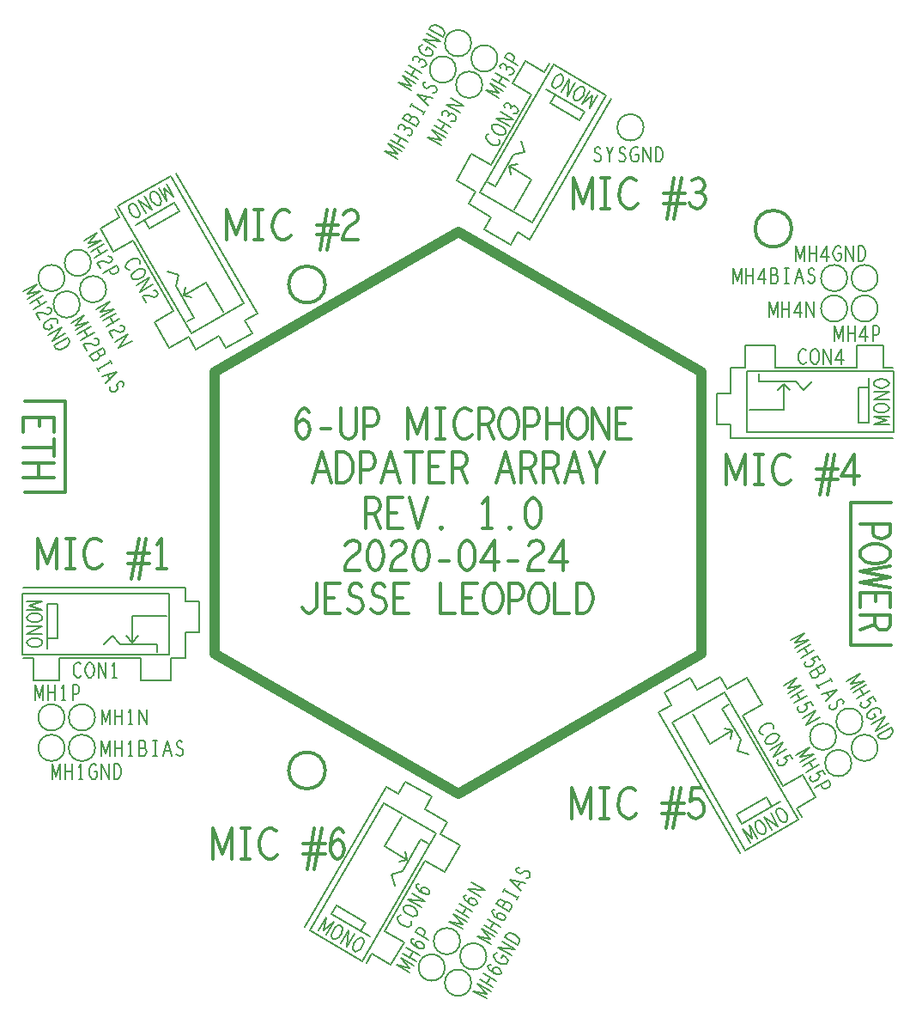
<source format=gbr>
G04 ================== begin FILE IDENTIFICATION RECORD ==================*
G04 Layout Name:  H:/JJL/PROJ/GS-Respeaker-Adapter/DESIGN/Adapter-Rev01.brd*
G04 Film Name:    SixMicAdapter-SILKSCREEN_TOP-20200424*
G04 File Format:  Gerber RS274X*
G04 File Origin:  Cadence Allegro 16.6-2015-S108*
G04 Origin Date:  Fri Apr 24 13:42:40 2020*
G04 *
G04 Layer:  REF DES/SILKSCREEN_TOP*
G04 Layer:  PACKAGE GEOMETRY/SILKSCREEN_TOP*
G04 Layer:  BOARD GEOMETRY/SILKSCREEN_TOP*
G04 *
G04 Offset:    (0.0000 0.0000)*
G04 Mirror:    No*
G04 Mode:      Positive*
G04 Rotation:  0*
G04 FullContactRelief:  No*
G04 UndefLineWidth:     0.0000*
G04 ================== end FILE IDENTIFICATION RECORD ====================*
%FSLAX35Y35*MOMM*%
%IR0*IPPOS*OFA0.00000B0.00000*MIA0B0*SFA1.00000B1.00000*%
%ADD10C,.2*%
%ADD11C,.3*%
%ADD12C,.201*%
%ADD13C,.127*%
%ADD14C,1.*%
G75*
%LPD*%
G75*
G54D10*
G01X-3579700Y-2015000D02*
G03I-130000J0D01*
G01X-3879700D02*
G03I-130000J0D01*
G01Y-2315000D02*
G03I-130000J0D01*
G01X-3579700D02*
G03I-130000J0D01*
G01X-4290800Y-1433580D02*
X-4190800D01*
Y-1653580D01*
X-3930800D01*
Y-1433580D01*
X-3130800D01*
Y-1653580D01*
X-2830800D01*
Y-1433580D01*
X-2690800D01*
Y-1173580D01*
X-2550800D01*
Y-873580D01*
X-2690800D01*
Y-733580D01*
X-4290800D01*
G01X-4050800Y-1233580D02*
X-3950800D01*
Y-893580D01*
X-4050800D01*
Y-1333580D01*
G01X-3729700Y2055190D02*
G03I-130000J0D01*
G01X-3879700Y2315000D02*
G03I-130000J0D01*
G01X-3469890Y2205190D02*
G03I-130000J0D01*
G01X-3619890Y2465000D02*
G03I-130000J0D01*
G01X-2970800Y-1373580D02*
Y-1293580D01*
X-3330800D01*
X-3410800Y-1213580D01*
X-3490800Y-1293580D01*
G01X-3210800Y-1273580D02*
X-3150800Y-1213580D01*
G01X-3210800Y-1273580D02*
X-3270800Y-1213580D01*
G01X-3210800Y-1273580D02*
Y-1013580D01*
X-2870800D01*
G01X-3386920Y2999150D02*
X-3336920Y2912550D01*
X-3527440Y2802550D01*
X-3397440Y2577380D01*
X-3206920Y2687380D01*
X-2806920Y1994560D01*
X-2997440Y1884560D01*
X-2847440Y1624750D01*
X-2656920Y1734750D01*
X-2586920Y1613510D01*
X-2361750Y1743510D01*
X-2291750Y1622260D01*
X-2031940Y1772260D01*
X-2101940Y1893510D01*
X-1980700Y1963510D01*
X-2780700Y3349150D01*
G01X-2674960Y1885990D02*
X-2605680Y1925990D01*
X-2785680Y2237760D01*
X-2756390Y2347050D01*
X-2865680Y2376330D01*
G01X-3093710Y2891300D02*
X-3043710Y2804700D01*
X-2749260Y2974700D01*
X-2799260Y3061300D01*
X-3180320Y2841300D01*
G01X-2708350Y2143840D02*
X-2626390Y2121880D01*
G01X-2708350Y2143840D02*
X-2686390Y2225800D01*
G01X-2708350Y2143840D02*
X-2483190Y2273840D01*
X-2313190Y1979390D01*
G01X-903880Y-4432730D02*
X-853880Y-4346130D01*
X-663360Y-4456130D01*
X-533360Y-4230960D01*
X-723880Y-4120960D01*
X-323880Y-3428140D01*
X-133360Y-3538140D01*
X16640Y-3278330D01*
X-173880Y-3168330D01*
X-103880Y-3047090D01*
X-329050Y-2917090D01*
X-259050Y-2795840D01*
X-518860Y-2645840D01*
X-588860Y-2767090D01*
X-710100Y-2697090D01*
X-1510100Y-4082730D01*
G01X-957090Y-4124880D02*
X-907090Y-4038280D01*
X-1201540Y-3868280D01*
X-1251540Y-3954880D01*
X-870480Y-4174880D01*
G01X130000Y-4630000D02*
G03I-130000J0D01*
G01X20190Y-4220190D02*
G03I-130000J0D01*
G01X-129810Y-4480000D02*
G03I-130000J0D01*
G01X-295840Y-3259570D02*
X-365120Y-3219570D01*
X-545120Y-3531340D01*
X-654410Y-3560630D01*
X-625120Y-3669910D01*
G01X-502450Y-3417420D02*
X-524410Y-3335460D01*
G01X-502450Y-3417420D02*
X-584410Y-3439380D01*
G01X-502450Y-3417420D02*
X-727610Y-3287420D01*
X-557610Y-2992970D01*
G01X-20000Y4370190D02*
G03I-130000J0D01*
G01X130000Y4630000D02*
G03I-130000J0D01*
G01X280000Y-4370190D02*
G03I-130000J0D01*
G01X903880Y4432730D02*
X853880Y4346130D01*
X663360Y4456130D01*
X533360Y4230960D01*
X723880Y4120960D01*
X323880Y3428140D01*
X133360Y3538140D01*
X-16640Y3278330D01*
X173880Y3168330D01*
X103880Y3047090D01*
X329050Y2917090D01*
X259050Y2795840D01*
X518860Y2645840D01*
X588860Y2767090D01*
X710100Y2697090D01*
X1510100Y4082730D01*
G01X295840Y3259570D02*
X365120Y3219570D01*
X545120Y3531340D01*
X654410Y3560630D01*
X625120Y3669910D01*
G01X502450Y3417420D02*
X524410Y3335460D01*
G01X502450Y3417420D02*
X727610Y3287420D01*
X557610Y2992970D01*
G01X239810Y4220190D02*
G03I-130000J0D01*
G01X502450Y3417420D02*
X584410Y3439380D01*
G01X389810Y4480000D02*
G03I-130000J0D01*
G01X957090Y4124880D02*
X907090Y4038280D01*
X1201540Y3868280D01*
X1251540Y3954880D01*
X870480Y4174880D01*
G01X1830000Y3800000D02*
G03I-130000J0D01*
G01X3386920Y-2999150D02*
X3336920Y-2912550D01*
X3527440Y-2802550D01*
X3397440Y-2577380D01*
X3206920Y-2687380D01*
X2806920Y-1994560D01*
X2997440Y-1884560D01*
X2847440Y-1624750D01*
X2656920Y-1734750D01*
X2586920Y-1613510D01*
X2361750Y-1743510D01*
X2291750Y-1622260D01*
X2031940Y-1772260D01*
X2101940Y-1893510D01*
X1980700Y-1963510D01*
X2780700Y-3349150D01*
G01X2708350Y-2143840D02*
X2483190Y-2273840D01*
X2313190Y-1979390D01*
G01X2674960Y-1885990D02*
X2605680Y-1925990D01*
X2785680Y-2237760D01*
X2756390Y-2347050D01*
X2865680Y-2376330D01*
G01X4290800Y1433580D02*
X4190800D01*
Y1653580D01*
X3930800D01*
Y1433580D01*
X3130800D01*
Y1653580D01*
X2830800D01*
Y1433580D01*
X2690800D01*
Y1173580D01*
X2550800D01*
Y873580D01*
X2690800D01*
Y733580D01*
X4290800D01*
G01X3093710Y-2891300D02*
X3043710Y-2804700D01*
X2749260Y-2974700D01*
X2799260Y-3061300D01*
X3180320Y-2841300D01*
G01X3729890Y-2205200D02*
G03I-130000J0D01*
G01X2708350Y-2143840D02*
X2626390Y-2121880D01*
G01X2708350Y-2143840D02*
X2686390Y-2225800D01*
G01X2970800Y1373580D02*
Y1293580D01*
X3330800D01*
X3410800Y1213580D01*
X3490800Y1293580D01*
G01X3210800Y1273580D02*
X3150800Y1213580D01*
G01X3210800Y1273580D02*
X3270800Y1213580D01*
G01X3210800Y1273580D02*
Y1013580D01*
X2870800D01*
G01X3879900Y-2465000D02*
G03I-130005J0D01*
G01X3989700Y-2055200D02*
G03I-130000J0D01*
G01X4139700Y-2315000D02*
G03I-130000J0D01*
G01X4050800Y1233580D02*
X3950800D01*
Y893580D01*
X4050800D01*
Y1333580D01*
G01X4139700Y2315000D02*
G03I-130000J0D01*
G01X3839700D02*
G03I-130000J0D01*
G01Y2015000D02*
G03I-130000J0D01*
G01X4139700D02*
G03I-130000J0D01*
G54D11*
G01X-4145600Y-550000D02*
Y-250000D01*
X-4052000Y-500000D01*
X-3958400Y-250000D01*
Y-550000D01*
G01X-3869200Y-250000D02*
X-3782810D01*
G01X-3826000D02*
Y-550000D01*
G01X-3869200D02*
X-3782810D01*
G01X-3520800Y-275000D02*
X-3542400Y-260000D01*
X-3567600Y-250000D01*
X-3596400D01*
X-3628800Y-265010D01*
X-3654000Y-290000D01*
X-3672000Y-320000D01*
X-3686400Y-370000D01*
X-3690000Y-415000D01*
X-3682800Y-460000D01*
X-3672000Y-490000D01*
X-3650400Y-520010D01*
X-3625200Y-540000D01*
X-3600000Y-550000D01*
X-3574800D01*
X-3549600Y-540000D01*
X-3528000Y-525010D01*
X-3510000Y-505010D01*
G01X-3220000Y-650000D02*
X-3148000Y-250000D01*
G01X-3076000D02*
X-3148000Y-650000D01*
G01X-3256000Y-500000D02*
X-3040000D01*
G01Y-400000D02*
X-3256000D01*
G01X-2922000Y-550000D02*
Y-250000D01*
X-2965200Y-310000D01*
G01Y-550000D02*
X-2878810D01*
G01X-4275000Y1100000D02*
X-3875000D01*
Y200000D01*
X-4275000D01*
G01X-4285000Y800000D02*
Y944000D01*
X-3985000D01*
Y800000D01*
G01X-4130000Y857600D02*
Y944000D01*
G01X-3985000Y646000D02*
X-4285000D01*
G01X-3985000Y728800D02*
Y563200D01*
G01X-4285000Y495600D02*
X-3985000D01*
G01Y344400D02*
X-4285000D01*
G01X-4135000D02*
Y495600D01*
G01X-2415600Y-3410000D02*
Y-3110000D01*
X-2322000Y-3360000D01*
X-2228400Y-3110000D01*
Y-3410000D01*
G01X-2139200Y-3110000D02*
X-2052810D01*
G01X-2096000D02*
Y-3410000D01*
G01X-2139200D02*
X-2052810D01*
G01X-1790800Y-3135000D02*
X-1812400Y-3120000D01*
X-1837600Y-3110000D01*
X-1866400D01*
X-1898800Y-3125010D01*
X-1924000Y-3150000D01*
X-1942000Y-3180000D01*
X-1956400Y-3230000D01*
X-1960000Y-3275000D01*
X-1952800Y-3320000D01*
X-1942000Y-3350000D01*
X-1920400Y-3380010D01*
X-1895200Y-3400000D01*
X-1870000Y-3410000D01*
X-1844800D01*
X-1819600Y-3400000D01*
X-1798000Y-3385010D01*
X-1780000Y-3365010D01*
G01X-1490000Y-3510000D02*
X-1418000Y-3110000D01*
G01X-1346000D02*
X-1418000Y-3510000D01*
G01X-1526000Y-3360000D02*
X-1310000D01*
G01Y-3260000D02*
X-1526000D01*
G01X-1260400Y-3285010D02*
X-1235200Y-3250000D01*
X-1213600Y-3230000D01*
X-1184800Y-3220000D01*
X-1159600Y-3230000D01*
X-1141600Y-3250000D01*
X-1127200Y-3280000D01*
X-1123600Y-3315000D01*
X-1127200Y-3345000D01*
X-1141600Y-3375010D01*
X-1163200Y-3400000D01*
X-1188400Y-3410000D01*
X-1217200Y-3400000D01*
X-1242400Y-3370010D01*
X-1256800Y-3325000D01*
X-1260400Y-3275000D01*
X-1253200Y-3210010D01*
X-1242400Y-3175000D01*
X-1224400Y-3140000D01*
X-1199200Y-3115000D01*
X-1174000Y-3110000D01*
X-1148800Y-3120000D01*
X-1130800Y-3145000D01*
G01X-2285600Y2690000D02*
Y2990000D01*
X-2192000Y2740000D01*
X-2098400Y2990000D01*
Y2690000D01*
G01X-2009200Y2990000D02*
X-1922810D01*
G01X-1966000D02*
Y2690000D01*
G01X-2009200D02*
X-1922810D01*
G01X-1660800Y2965000D02*
X-1682400Y2980000D01*
X-1707600Y2990000D01*
X-1736400D01*
X-1768800Y2974990D01*
X-1794000Y2950000D01*
X-1812000Y2920000D01*
X-1826400Y2870000D01*
X-1830000Y2825000D01*
X-1822800Y2780000D01*
X-1812000Y2750000D01*
X-1790400Y2719990D01*
X-1765200Y2700000D01*
X-1740000Y2690000D01*
X-1714800D01*
X-1689600Y2700000D01*
X-1668000Y2714990D01*
X-1650000Y2734990D01*
G01X-1360000Y2590000D02*
X-1288000Y2990000D01*
G01X-1216000D02*
X-1288000Y2590000D01*
G01X-1396000Y2740000D02*
X-1180000D01*
G01Y2840000D02*
X-1396000D01*
G01X-1130400Y2940000D02*
X-1108800Y2970000D01*
X-1083600Y2985000D01*
X-1054800Y2990000D01*
X-1018800Y2980000D01*
X-993600Y2955000D01*
X-986400Y2925000D01*
X-990000Y2894990D01*
X-1004400Y2870000D01*
X-1076400Y2820000D01*
X-1108800Y2785000D01*
X-1130400Y2734990D01*
X-1137600Y2690000D01*
X-986400D01*
G01X-1310000Y-2538340D02*
G03I-180000J0D01*
G01X-1110400Y-320000D02*
X-1088800Y-290000D01*
X-1063600Y-275000D01*
X-1034800Y-270000D01*
X-998800Y-280000D01*
X-973600Y-305000D01*
X-966400Y-335000D01*
X-970000Y-365010D01*
X-984400Y-390000D01*
X-1056400Y-440000D01*
X-1088800Y-475000D01*
X-1110400Y-525010D01*
X-1117600Y-570000D01*
X-966400D01*
G01X-816000Y-270000D02*
X-844800Y-280000D01*
X-866400Y-305000D01*
X-880800Y-335000D01*
X-891600Y-375010D01*
X-895200Y-420000D01*
X-891600Y-465000D01*
X-880800Y-505000D01*
X-866400Y-535010D01*
X-844800Y-560000D01*
X-816000Y-570000D01*
X-787200Y-560000D01*
X-765600Y-535010D01*
X-751200Y-505000D01*
X-740400Y-465000D01*
X-736800Y-420000D01*
X-740400Y-375010D01*
X-751200Y-335000D01*
X-765600Y-305000D01*
X-787200Y-280000D01*
X-816000Y-270000D01*
G01X-658400Y-320000D02*
X-636800Y-290000D01*
X-611600Y-275000D01*
X-582800Y-270000D01*
X-546800Y-280000D01*
X-521600Y-305000D01*
X-514400Y-335000D01*
X-518000Y-365010D01*
X-532400Y-390000D01*
X-604400Y-440000D01*
X-636800Y-475000D01*
X-658400Y-525010D01*
X-665600Y-570000D01*
X-514400D01*
G01X-364000Y-270000D02*
X-392800Y-280000D01*
X-414400Y-305000D01*
X-428800Y-335000D01*
X-439600Y-375010D01*
X-443200Y-420000D01*
X-439600Y-465000D01*
X-428800Y-505000D01*
X-414400Y-535010D01*
X-392800Y-560000D01*
X-364000Y-570000D01*
X-335200Y-560000D01*
X-313600Y-535010D01*
X-299200Y-505000D01*
X-288400Y-465000D01*
X-284800Y-420000D01*
X-288400Y-375010D01*
X-299200Y-335000D01*
X-313600Y-305000D01*
X-335200Y-280000D01*
X-364000Y-270000D01*
G01X-184800Y-470000D02*
X-91200D01*
G01X88000Y-270000D02*
X59200Y-280000D01*
X37600Y-305000D01*
X23200Y-335000D01*
X12400Y-375010D01*
X8800Y-420000D01*
X12400Y-465000D01*
X23200Y-505000D01*
X37600Y-535010D01*
X59200Y-560000D01*
X88000Y-570000D01*
X116800Y-560000D01*
X138400Y-535010D01*
X152800Y-505000D01*
X163600Y-465000D01*
X167200Y-420000D01*
X163600Y-375010D01*
X152800Y-335000D01*
X138400Y-305000D01*
X116800Y-280000D01*
X88000Y-270000D01*
G01X357200Y-570000D02*
Y-270000D01*
X224000Y-485000D01*
X404000D01*
G01X493200Y-470000D02*
X586800D01*
G01X697600Y-320000D02*
X719200Y-290000D01*
X744400Y-275000D01*
X773200Y-270000D01*
X809200Y-280000D01*
X834400Y-305000D01*
X841600Y-335000D01*
X838000Y-365010D01*
X823600Y-390000D01*
X751600Y-440000D01*
X719200Y-475000D01*
X697600Y-525010D01*
X690400Y-570000D01*
X841600D01*
G01X1035200D02*
Y-270000D01*
X902000Y-485000D01*
X1082000D01*
G01X-1534000Y-930000D02*
X-1516000Y-960010D01*
X-1494400Y-980000D01*
X-1469200Y-990000D01*
X-1440400Y-980000D01*
X-1418800Y-960010D01*
X-1397200Y-930000D01*
X-1390000Y-890000D01*
Y-690000D01*
G01X-1164000Y-990000D02*
X-1308000D01*
Y-690000D01*
X-1164000D01*
G01X-1221600Y-835000D02*
X-1308000D01*
G01X-1085600Y-950010D02*
X-1056800Y-975000D01*
X-1024400Y-990000D01*
X-995600D01*
X-966800Y-975000D01*
X-945200Y-950010D01*
X-934400Y-915000D01*
X-941600Y-880010D01*
X-959600Y-850000D01*
X-992000Y-830000D01*
X-1035200Y-820000D01*
X-1060400Y-800000D01*
X-1071200Y-765000D01*
X-1064000Y-730000D01*
X-1046000Y-705010D01*
X-1020800Y-690000D01*
X-995600D01*
X-970400Y-700000D01*
X-948800Y-725000D01*
G01X-859600Y-950010D02*
X-830800Y-975000D01*
X-798400Y-990000D01*
X-769600D01*
X-740800Y-975000D01*
X-719200Y-950010D01*
X-708400Y-915000D01*
X-715600Y-880010D01*
X-733600Y-850000D01*
X-766000Y-830000D01*
X-809200Y-820000D01*
X-834400Y-800000D01*
X-845200Y-765000D01*
X-838000Y-730000D01*
X-820000Y-705010D01*
X-794800Y-690000D01*
X-769600D01*
X-744400Y-700000D01*
X-722800Y-725000D01*
G01X-486000Y-990000D02*
X-630000D01*
Y-690000D01*
X-486000D01*
G01X-543600Y-835000D02*
X-630000D01*
G01X-178000Y-690000D02*
Y-990000D01*
X-34000D01*
G01X192000D02*
X48000D01*
Y-690000D01*
X192000D01*
G01X134400Y-835000D02*
X48000D01*
G01X346000Y-990000D02*
X317200Y-985000D01*
X292000Y-965010D01*
X270400Y-935000D01*
X256000Y-900000D01*
X248800Y-860000D01*
Y-820000D01*
X256000Y-780000D01*
X270400Y-745000D01*
X292000Y-715000D01*
X317200Y-695000D01*
X346000Y-690000D01*
X374800Y-695000D01*
X400000Y-715000D01*
X421600Y-745000D01*
X436000Y-780000D01*
X443200Y-820000D01*
Y-860000D01*
X436000Y-900000D01*
X421600Y-935000D01*
X400000Y-965010D01*
X374800Y-985000D01*
X346000Y-990000D01*
G01X500000D02*
Y-690000D01*
X586400D01*
X615200Y-705010D01*
X636800Y-740000D01*
X644000Y-780000D01*
X636800Y-820000D01*
X618800Y-850000D01*
X586400Y-865010D01*
X500000D01*
G01X798000Y-990000D02*
X769200Y-985000D01*
X744000Y-965010D01*
X722400Y-935000D01*
X708000Y-900000D01*
X700800Y-860000D01*
Y-820000D01*
X708000Y-780000D01*
X722400Y-745000D01*
X744000Y-715000D01*
X769200Y-695000D01*
X798000Y-690000D01*
X826800Y-695000D01*
X852000Y-715000D01*
X873600Y-745000D01*
X888000Y-780000D01*
X895200Y-820000D01*
Y-860000D01*
X888000Y-900000D01*
X873600Y-935000D01*
X852000Y-965010D01*
X826800Y-985000D01*
X798000Y-990000D01*
G01X952000Y-690000D02*
Y-990000D01*
X1096000D01*
G01X1170800D02*
Y-690000D01*
X1242800D01*
X1271600Y-705010D01*
X1293200Y-725000D01*
X1311200Y-755000D01*
X1325600Y-790010D01*
X1329200Y-840000D01*
X1325600Y-890000D01*
X1311200Y-925000D01*
X1293200Y-955010D01*
X1271600Y-975000D01*
X1242800Y-990000D01*
X1170800D01*
G01X-1432000Y300000D02*
X-1342000Y600000D01*
X-1252000Y300000D01*
G01X-1284400Y405000D02*
X-1399600D01*
G01X-1195200Y300000D02*
Y600000D01*
X-1123200D01*
X-1094400Y584990D01*
X-1072800Y565000D01*
X-1054800Y535000D01*
X-1040400Y499990D01*
X-1036800Y450000D01*
X-1040400Y400000D01*
X-1054800Y365000D01*
X-1072800Y334990D01*
X-1094400Y315000D01*
X-1123200Y300000D01*
X-1195200D01*
G01X-962000D02*
Y600000D01*
X-875600D01*
X-846800Y584990D01*
X-825200Y550000D01*
X-818000Y510000D01*
X-825200Y470000D01*
X-843200Y440000D01*
X-875600Y424990D01*
X-962000D01*
G01X-754000Y300000D02*
X-664000Y600000D01*
X-574000Y300000D01*
G01X-606400Y405000D02*
X-721600D01*
G01X-438000Y600000D02*
Y300000D01*
G01X-520800Y600000D02*
X-355200D01*
G01X-140000Y300000D02*
X-284000D01*
Y600000D01*
X-140000D01*
G01X-197600Y455000D02*
X-284000D01*
G01X-58000Y300000D02*
Y600000D01*
X32000D01*
X60800Y584990D01*
X78800Y565000D01*
X86000Y525000D01*
X78800Y485000D01*
X57200Y460000D01*
X32000Y445000D01*
X-58000D01*
G01X32000D02*
X86000Y300000D01*
G01X376000D02*
X466000Y600000D01*
X556000Y300000D01*
G01X523600Y405000D02*
X408400D01*
G01X620000Y300000D02*
Y600000D01*
X710000D01*
X738800Y584990D01*
X756800Y565000D01*
X764000Y525000D01*
X756800Y485000D01*
X735200Y460000D01*
X710000Y445000D01*
X620000D01*
G01X710000D02*
X764000Y300000D01*
G01X846000D02*
Y600000D01*
X936000D01*
X964800Y584990D01*
X982800Y565000D01*
X990000Y525000D01*
X982800Y485000D01*
X961200Y460000D01*
X936000Y445000D01*
X846000D01*
G01X936000D02*
X990000Y300000D01*
G01X1054000D02*
X1144000Y600000D01*
X1234000Y300000D01*
G01X1201600Y405000D02*
X1086400D01*
G01X1370000Y300000D02*
Y435000D01*
X1298000Y600000D01*
G01X1442000D02*
X1370000Y435000D01*
G01X-1600400Y854990D02*
X-1575200Y890000D01*
X-1553600Y910000D01*
X-1524800Y920000D01*
X-1499600Y910000D01*
X-1481600Y890000D01*
X-1467200Y860000D01*
X-1463600Y825000D01*
X-1467200Y795000D01*
X-1481600Y764990D01*
X-1503200Y740000D01*
X-1528400Y730000D01*
X-1557200Y740000D01*
X-1582400Y769990D01*
X-1596800Y815000D01*
X-1600400Y865000D01*
X-1593200Y929990D01*
X-1582400Y965000D01*
X-1564400Y1000000D01*
X-1539200Y1025000D01*
X-1514000Y1030000D01*
X-1488800Y1020000D01*
X-1470800Y995000D01*
G01X-1352800Y830000D02*
X-1259200D01*
G01X-1159200Y1030000D02*
Y815000D01*
X-1144800Y769990D01*
X-1116000Y740000D01*
X-1080000Y730000D01*
X-1044000Y740000D01*
X-1015200Y769990D01*
X-1000800Y815000D01*
Y1030000D01*
G01X-926000Y730000D02*
Y1030000D01*
X-839600D01*
X-810800Y1014990D01*
X-789200Y980000D01*
X-782000Y940000D01*
X-789200Y900000D01*
X-807200Y870000D01*
X-839600Y854990D01*
X-926000D01*
G01X-495600Y730000D02*
Y1030000D01*
X-402000Y780000D01*
X-308400Y1030000D01*
Y730000D01*
G01X-219200Y1030000D02*
X-132810D01*
G01X-176000D02*
Y730000D01*
G01X-219200D02*
X-132810D01*
G01X129200Y1005000D02*
X107600Y1020000D01*
X82400Y1030000D01*
X53600D01*
X21200Y1014990D01*
X-4000Y990000D01*
X-22000Y960000D01*
X-36400Y910000D01*
X-40000Y865000D01*
X-32800Y820000D01*
X-22000Y790000D01*
X-400Y759990D01*
X24800Y740000D01*
X50000Y730000D01*
X75200D01*
X100400Y740000D01*
X122000Y754990D01*
X140000Y774990D01*
G01X204000Y730000D02*
Y1030000D01*
X294000D01*
X322800Y1014990D01*
X340800Y995000D01*
X348000Y955000D01*
X340800Y915000D01*
X319200Y890000D01*
X294000Y875000D01*
X204000D01*
G01X294000D02*
X348000Y730000D01*
G01X502000D02*
X473200Y735000D01*
X448000Y754990D01*
X426400Y785000D01*
X412000Y820000D01*
X404800Y860000D01*
Y900000D01*
X412000Y940000D01*
X426400Y975000D01*
X448000Y1005000D01*
X473200Y1025000D01*
X502000Y1030000D01*
X530800Y1025000D01*
X556000Y1005000D01*
X577600Y975000D01*
X592000Y940000D01*
X599200Y900000D01*
Y860000D01*
X592000Y820000D01*
X577600Y785000D01*
X556000Y754990D01*
X530800Y735000D01*
X502000Y730000D01*
G01X656000D02*
Y1030000D01*
X742400D01*
X771200Y1014990D01*
X792800Y980000D01*
X800000Y940000D01*
X792800Y900000D01*
X774800Y870000D01*
X742400Y854990D01*
X656000D01*
G01X878400Y730000D02*
Y1030000D01*
G01X1029600D02*
Y730000D01*
G01Y880000D02*
X878400D01*
G01X1180000Y730000D02*
X1151200Y735000D01*
X1126000Y754990D01*
X1104400Y785000D01*
X1090000Y820000D01*
X1082800Y860000D01*
Y900000D01*
X1090000Y940000D01*
X1104400Y975000D01*
X1126000Y1005000D01*
X1151200Y1025000D01*
X1180000Y1030000D01*
X1208800Y1025000D01*
X1234000Y1005000D01*
X1255600Y975000D01*
X1270000Y940000D01*
X1277200Y900000D01*
Y860000D01*
X1270000Y820000D01*
X1255600Y785000D01*
X1234000Y754990D01*
X1208800Y735000D01*
X1180000Y730000D01*
G01X1323200D02*
Y1030000D01*
X1488800Y730000D01*
Y1030000D01*
G01X1704000Y730000D02*
X1560000D01*
Y1030000D01*
X1704000D01*
G01X1646400Y885000D02*
X1560000D01*
G01X-1310000Y2251660D02*
G03I-180000J0D01*
G01X-914000Y-150000D02*
Y150000D01*
X-824000D01*
X-795200Y134990D01*
X-777200Y115000D01*
X-770000Y75000D01*
X-777200Y35000D01*
X-798800Y10000D01*
X-824000Y-5000D01*
X-914000D01*
G01X-824000D02*
X-770000Y-150000D01*
G01X-544000D02*
X-688000D01*
Y150000D01*
X-544000D01*
G01X-601600Y5000D02*
X-688000D01*
G01X-480000Y150000D02*
X-390000Y-150000D01*
X-300000Y150000D01*
G01X-164000Y-160000D02*
X-171200Y-155000D01*
Y-145000D01*
X-164000Y-140000D01*
X-156800Y-145000D01*
Y-155000D01*
X-164000Y-160000D01*
G01X288000Y-150000D02*
Y150000D01*
X244800Y90000D01*
G01Y-150000D02*
X331190D01*
G01X514000Y-160000D02*
X506800Y-155000D01*
Y-145000D01*
X514000Y-140000D01*
X521200Y-145000D01*
Y-155000D01*
X514000Y-160000D01*
G01X740000Y150000D02*
X711200Y140000D01*
X689600Y115000D01*
X675200Y85000D01*
X664400Y44990D01*
X660800Y0D01*
X664400Y-45000D01*
X675200Y-85000D01*
X689600Y-115010D01*
X711200Y-140000D01*
X740000Y-150000D01*
X768800Y-140000D01*
X790400Y-115010D01*
X804800Y-85000D01*
X815600Y-45000D01*
X819200Y0D01*
X815600Y44990D01*
X804800Y85000D01*
X790400Y115000D01*
X768800Y140000D01*
X740000Y150000D01*
G01X1124400Y-3010000D02*
Y-2710000D01*
X1218000Y-2960000D01*
X1311600Y-2710000D01*
Y-3010000D01*
G01X1400800Y-2710000D02*
X1487190D01*
G01X1444000D02*
Y-3010000D01*
G01X1400800D02*
X1487190D01*
G01X1749200Y-2735000D02*
X1727600Y-2720000D01*
X1702400Y-2710000D01*
X1673600D01*
X1641200Y-2725010D01*
X1616000Y-2750000D01*
X1598000Y-2780000D01*
X1583600Y-2830000D01*
X1580000Y-2875000D01*
X1587200Y-2920000D01*
X1598000Y-2950000D01*
X1619600Y-2980010D01*
X1644800Y-3000000D01*
X1670000Y-3010000D01*
X1695200D01*
X1720400Y-3000000D01*
X1742000Y-2985010D01*
X1760000Y-2965010D01*
G01X2050000Y-3110000D02*
X2122000Y-2710000D01*
G01X2194000D02*
X2122000Y-3110000D01*
G01X2014000Y-2960000D02*
X2230000D01*
G01Y-2860000D02*
X2014000D01*
G01X2268800Y-2965010D02*
X2290400Y-2990000D01*
X2315600Y-3005000D01*
X2348000Y-3010000D01*
X2380400Y-3000000D01*
X2405600Y-2980010D01*
X2423600Y-2945000D01*
X2427200Y-2905000D01*
X2420000Y-2865000D01*
X2402000Y-2840000D01*
X2376800Y-2820000D01*
X2351600Y-2815010D01*
X2326400Y-2820000D01*
X2294000Y-2840000D01*
X2304800Y-2710000D01*
X2402000D01*
G01X1134400Y3000000D02*
Y3300000D01*
X1228000Y3050000D01*
X1321600Y3300000D01*
Y3000000D01*
G01X1410800Y3300000D02*
X1497190D01*
G01X1454000D02*
Y3000000D01*
G01X1410800D02*
X1497190D01*
G01X1759200Y3275000D02*
X1737600Y3290000D01*
X1712400Y3300000D01*
X1683600D01*
X1651200Y3284990D01*
X1626000Y3260000D01*
X1608000Y3230000D01*
X1593600Y3180000D01*
X1590000Y3135000D01*
X1597200Y3090000D01*
X1608000Y3060000D01*
X1629600Y3029990D01*
X1654800Y3010000D01*
X1680000Y3000000D01*
X1705200D01*
X1730400Y3010000D01*
X1752000Y3024990D01*
X1770000Y3044990D01*
G01X2060000Y2900000D02*
X2132000Y3300000D01*
G01X2204000D02*
X2132000Y2900000D01*
G01X2024000Y3050000D02*
X2240000D01*
G01Y3150000D02*
X2024000D01*
G01X2278800Y3060000D02*
X2300400Y3024990D01*
X2329200Y3005000D01*
X2361600Y3000000D01*
X2390400Y3005000D01*
X2419200Y3029990D01*
X2437200Y3060000D01*
X2440800Y3090000D01*
X2433600Y3124990D01*
X2408400Y3150000D01*
X2383200Y3160000D01*
X2350800D01*
G01X2383200D02*
X2404800Y3175000D01*
X2422800Y3199990D01*
X2430000Y3230000D01*
X2422800Y3260000D01*
X2404800Y3284990D01*
X2372400Y3300000D01*
X2340000Y3295000D01*
X2307600Y3275000D01*
G01X2644400Y280000D02*
Y580000D01*
X2738000Y330000D01*
X2831600Y580000D01*
Y280000D01*
G01X2920800Y580000D02*
X3007190D01*
G01X2964000D02*
Y280000D01*
G01X2920800D02*
X3007190D01*
G01X3269200Y555000D02*
X3247600Y570000D01*
X3222400Y580000D01*
X3193600D01*
X3161200Y564990D01*
X3136000Y540000D01*
X3118000Y510000D01*
X3103600Y460000D01*
X3100000Y415000D01*
X3107200Y370000D01*
X3118000Y340000D01*
X3139600Y309990D01*
X3164800Y290000D01*
X3190000Y280000D01*
X3215200D01*
X3240400Y290000D01*
X3262000Y304990D01*
X3280000Y324990D01*
G01X3570000Y180000D02*
X3642000Y580000D01*
G01X3714000D02*
X3642000Y180000D01*
G01X3534000Y330000D02*
X3750000D01*
G01Y430000D02*
X3534000D01*
G01X3911200Y280000D02*
Y580000D01*
X3778000Y365000D01*
X3958000D01*
G01X3290000Y2801660D02*
G03I-180000J0D01*
G01X3965000Y-106000D02*
X4265000D01*
Y-192400D01*
X4249990Y-221200D01*
X4215000Y-242800D01*
X4175000Y-250000D01*
X4135000Y-242800D01*
X4105000Y-224800D01*
X4089990Y-192400D01*
Y-106000D01*
G01X3965000Y-404000D02*
X3970000Y-375200D01*
X3989990Y-350000D01*
X4020000Y-328400D01*
X4055000Y-314000D01*
X4095000Y-306800D01*
X4135000D01*
X4175000Y-314000D01*
X4210000Y-328400D01*
X4240000Y-350000D01*
X4260000Y-375200D01*
X4265000Y-404000D01*
X4260000Y-432800D01*
X4240000Y-458000D01*
X4210000Y-479600D01*
X4175000Y-494000D01*
X4135000Y-501200D01*
X4095000D01*
X4055000Y-494000D01*
X4020000Y-479600D01*
X3989990Y-458000D01*
X3970000Y-432800D01*
X3965000Y-404000D01*
G01X4265000Y-522000D02*
X3965000Y-572400D01*
X4265000Y-630000D01*
X3965000Y-687600D01*
X4265000Y-738000D01*
G01X3965000Y-928000D02*
Y-784000D01*
X4265000D01*
Y-928000D01*
G01X4120000Y-870400D02*
Y-784000D01*
G01X3965000Y-1010000D02*
X4265000D01*
Y-1100000D01*
X4249990Y-1128800D01*
X4230000Y-1146800D01*
X4190000Y-1154000D01*
X4150000Y-1146800D01*
X4125000Y-1125200D01*
X4110000Y-1100000D01*
Y-1010000D01*
G01Y-1100000D02*
X3965000Y-1154000D01*
G01X4275000Y100000D02*
X3875000D01*
Y-1300000D01*
X4275000D01*
G54D12*
G01X-4005020Y-2625000D02*
Y-2474900D01*
X-3963200Y-2599980D01*
X-3921380Y-2474900D01*
Y-2625000D01*
G01X-3875580D02*
Y-2474900D01*
G01X-3808020D02*
Y-2625000D01*
G01Y-2549950D02*
X-3875580D01*
G01X-3720400Y-2625000D02*
Y-2474900D01*
X-3739700Y-2504920D01*
G01Y-2625000D02*
X-3701100D01*
G01X-3589350Y-2549950D02*
X-3557180D01*
Y-2594980D01*
X-3566830Y-2609990D01*
X-3578090Y-2620000D01*
X-3594170Y-2625000D01*
X-3610260Y-2620000D01*
X-3621520Y-2609990D01*
X-3631170Y-2594980D01*
X-3637600Y-2577470D01*
X-3640820Y-2557460D01*
Y-2539940D01*
X-3637600Y-2524940D01*
X-3631170Y-2507420D01*
X-3621520Y-2492410D01*
X-3611870Y-2482410D01*
X-3599000Y-2474900D01*
X-3587740D01*
X-3574880Y-2479900D01*
X-3565220Y-2489910D01*
G01X-3514590Y-2625000D02*
Y-2474900D01*
X-3440610Y-2625000D01*
Y-2474900D01*
G01X-3391580Y-2625000D02*
Y-2474900D01*
X-3359420D01*
X-3346550Y-2482410D01*
X-3336900Y-2492410D01*
X-3328860Y-2507420D01*
X-3322420Y-2524940D01*
X-3320820Y-2549950D01*
X-3322420Y-2574970D01*
X-3328860Y-2592480D01*
X-3336900Y-2607490D01*
X-3346550Y-2617500D01*
X-3359420Y-2625000D01*
X-3391580D01*
G01X-4173620Y-1845000D02*
Y-1694900D01*
X-4131800Y-1819980D01*
X-4089980Y-1694900D01*
Y-1845000D01*
G01X-4044180D02*
Y-1694900D01*
G01X-3976620D02*
Y-1845000D01*
G01Y-1769950D02*
X-4044180D01*
G01X-3889000Y-1845000D02*
Y-1694900D01*
X-3908300Y-1724920D01*
G01Y-1845000D02*
X-3869700D01*
G01X-3799770D02*
Y-1694900D01*
X-3761170D01*
X-3748300Y-1702410D01*
X-3738650Y-1719920D01*
X-3735430Y-1739930D01*
X-3738650Y-1759940D01*
X-3746690Y-1774950D01*
X-3761170Y-1782460D01*
X-3799770D01*
G01X-4250800Y-869660D02*
X-4100700D01*
X-4225780Y-911480D01*
X-4100700Y-953300D01*
X-4250800D01*
G01Y-1032880D02*
X-4248300Y-1020010D01*
X-4238290Y-1008760D01*
X-4223280Y-999100D01*
X-4205770Y-992670D01*
X-4185760Y-989450D01*
X-4165740D01*
X-4145730Y-992670D01*
X-4128220Y-999100D01*
X-4113210Y-1008760D01*
X-4103200Y-1020010D01*
X-4100700Y-1032880D01*
X-4103200Y-1045750D01*
X-4113210Y-1057000D01*
X-4128220Y-1066660D01*
X-4145730Y-1073090D01*
X-4165740Y-1076310D01*
X-4185760D01*
X-4205770Y-1073090D01*
X-4223280Y-1066660D01*
X-4238290Y-1057000D01*
X-4248300Y-1045750D01*
X-4250800Y-1032880D01*
G01Y-1117290D02*
X-4100700D01*
X-4250800Y-1191270D01*
X-4100700D01*
G01X-4250800Y-1275680D02*
X-4248300Y-1262810D01*
X-4238290Y-1251560D01*
X-4223280Y-1241900D01*
X-4205770Y-1235470D01*
X-4185760Y-1232250D01*
X-4165740D01*
X-4145730Y-1235470D01*
X-4128220Y-1241900D01*
X-4113210Y-1251560D01*
X-4103200Y-1262810D01*
X-4100700Y-1275680D01*
X-4103200Y-1288550D01*
X-4113210Y-1299800D01*
X-4128220Y-1309460D01*
X-4145730Y-1315890D01*
X-4165740Y-1319110D01*
X-4185760D01*
X-4205770Y-1315890D01*
X-4223280Y-1309460D01*
X-4238290Y-1299800D01*
X-4248300Y-1288550D01*
X-4250800Y-1275680D01*
G01X-3717520Y-1485990D02*
X-3727170Y-1478480D01*
X-3738420Y-1473480D01*
X-3751290D01*
X-3765770Y-1480990D01*
X-3777020Y-1493490D01*
X-3785070Y-1508510D01*
X-3791500Y-1533520D01*
X-3793110Y-1556040D01*
X-3789890Y-1578550D01*
X-3785070Y-1593560D01*
X-3775420Y-1608570D01*
X-3764160Y-1618580D01*
X-3752900Y-1623580D01*
X-3741640D01*
X-3730380Y-1618580D01*
X-3720730Y-1611070D01*
X-3712690Y-1601070D01*
G01X-3631500Y-1623580D02*
X-3644370Y-1621080D01*
X-3655620Y-1611070D01*
X-3665280Y-1596060D01*
X-3671710Y-1578550D01*
X-3674930Y-1558540D01*
Y-1538520D01*
X-3671710Y-1518510D01*
X-3665280Y-1501000D01*
X-3655620Y-1485990D01*
X-3644370Y-1475980D01*
X-3631500Y-1473480D01*
X-3618630Y-1475980D01*
X-3607380Y-1485990D01*
X-3597720Y-1501000D01*
X-3591290Y-1518510D01*
X-3588070Y-1538520D01*
Y-1558540D01*
X-3591290Y-1578550D01*
X-3597720Y-1596060D01*
X-3607380Y-1611070D01*
X-3618630Y-1621080D01*
X-3631500Y-1623580D01*
G01X-3547090D02*
Y-1473480D01*
X-3473110Y-1623580D01*
Y-1473480D01*
G01X-3388700Y-1623580D02*
Y-1473480D01*
X-3408000Y-1503500D01*
G01Y-1623580D02*
X-3369400D01*
G01X-4287000Y2181180D02*
X-4157010Y2256230D01*
X-4244430Y2157470D01*
X-4115200Y2183800D01*
X-4245190Y2108750D01*
G01X-4222280Y2069070D02*
X-4092290Y2144120D01*
G01X-4058520Y2085620D02*
X-4188510Y2010570D01*
G01X-4123510Y2048100D02*
X-4157290Y2106600D01*
G01X-4051650Y2023690D02*
X-4033830Y2022840D01*
X-4021700Y2016840D01*
X-4013100Y2006950D01*
X-4009390Y1990520D01*
X-4014590Y1974510D01*
X-4025980Y1964220D01*
X-4039790Y1958110D01*
X-4053840Y1957430D01*
X-4091580Y1972780D01*
X-4113990Y1976560D01*
X-4140480Y1972400D01*
X-4161580Y1963930D01*
X-4127810Y1905430D01*
G01X-4014180Y1858710D02*
X-3998090Y1830850D01*
X-4037090Y1808340D01*
X-4054920Y1809190D01*
X-4069210Y1813940D01*
X-4081580Y1825370D01*
X-4085290Y1841790D01*
X-4082260Y1856550D01*
X-4074080Y1872410D01*
X-4062130Y1886740D01*
X-4046410Y1899530D01*
X-4031240Y1908290D01*
X-4016640Y1913010D01*
X-3998250Y1916190D01*
X-3980430Y1915340D01*
X-3966940Y1911980D01*
X-3954010Y1904600D01*
X-3948380Y1894850D01*
X-3946270Y1881200D01*
X-3950120Y1867840D01*
G01X-4041790Y1756440D02*
X-3911800Y1831490D01*
X-4004800Y1692370D01*
X-3874810Y1767420D01*
G01X-3980290Y1649910D02*
X-3850300Y1724960D01*
X-3834210Y1697100D01*
X-3834280Y1682200D01*
X-3838120Y1668840D01*
X-3847100Y1654370D01*
X-3859050Y1640050D01*
X-3879910Y1626150D01*
X-3902380Y1615030D01*
X-3920760Y1611840D01*
X-3937780Y1611300D01*
X-3951270Y1614660D01*
X-3964200Y1622050D01*
X-3980290Y1649910D01*
G01X-3817350Y1873940D02*
X-3687360Y1948990D01*
X-3774780Y1850230D01*
X-3645550Y1876560D01*
X-3775540Y1801510D01*
G01X-3752630Y1761830D02*
X-3622640Y1836880D01*
G01X-3588870Y1778380D02*
X-3718860Y1703330D01*
G01X-3653860Y1740860D02*
X-3687640Y1799360D01*
G01X-3582000Y1716450D02*
X-3564180Y1715600D01*
X-3552050Y1709600D01*
X-3543450Y1699710D01*
X-3539740Y1683280D01*
X-3544940Y1667270D01*
X-3556330Y1656980D01*
X-3570140Y1650870D01*
X-3584190Y1650190D01*
X-3621930Y1665540D01*
X-3644340Y1669320D01*
X-3670830Y1665160D01*
X-3691930Y1656690D01*
X-3658160Y1598190D01*
G01X-3538580Y1551190D02*
X-3528870Y1549370D01*
X-3515630Y1551440D01*
X-3498850Y1557410D01*
X-3487460Y1567710D01*
X-3482010Y1578280D01*
X-3481140Y1591780D01*
X-3502850Y1629390D01*
X-3632840Y1554340D01*
X-3606300Y1508370D01*
X-3592010Y1503630D01*
X-3575790Y1505560D01*
X-3559020Y1511530D01*
X-3545460Y1523070D01*
X-3537290Y1538940D01*
X-3538580Y1551190D01*
X-3563510Y1594370D01*
G01X-3433300Y1508930D02*
X-3414010Y1475500D01*
G01X-3423660Y1492220D02*
X-3553650Y1417170D01*
G01X-3563300Y1433880D02*
X-3544000Y1400450D01*
G01X-3513050Y1346850D02*
X-3362960Y1387080D01*
X-3472840Y1277200D01*
G01X-3434580Y1316010D02*
X-3460320Y1360580D01*
G01X-3431800Y1246140D02*
X-3436200Y1228740D01*
X-3435460Y1212460D01*
X-3429030Y1201310D01*
X-3416100Y1193920D01*
X-3400440Y1191820D01*
X-3382860Y1196400D01*
X-3369300Y1207940D01*
X-3360330Y1222410D01*
X-3358900Y1239950D01*
X-3364210Y1259160D01*
X-3361180Y1273910D01*
X-3348420Y1286850D01*
X-3331650Y1292820D01*
X-3316800Y1292110D01*
X-3304670Y1286110D01*
X-3299040Y1276360D01*
X-3297740Y1264110D01*
X-3303750Y1249500D01*
G01X-3686490Y2686050D02*
X-3556500Y2761100D01*
X-3643920Y2662340D01*
X-3514690Y2688670D01*
X-3644680Y2613620D01*
G01X-3621770Y2573940D02*
X-3491780Y2648990D01*
G01X-3458010Y2590490D02*
X-3588000Y2515440D01*
G01X-3523000Y2552970D02*
X-3556780Y2611470D01*
G01X-3451140Y2528560D02*
X-3433320Y2527710D01*
X-3421190Y2521710D01*
X-3412590Y2511820D01*
X-3408880Y2495390D01*
X-3414080Y2479380D01*
X-3425470Y2469090D01*
X-3439280Y2462980D01*
X-3453330Y2462300D01*
X-3491070Y2477650D01*
X-3513480Y2481430D01*
X-3539970Y2477270D01*
X-3561070Y2468800D01*
X-3527300Y2410300D01*
G01X-3499570Y2362270D02*
X-3369580Y2437320D01*
X-3350280Y2403890D01*
X-3350350Y2389000D01*
X-3360680Y2371880D01*
X-3376410Y2359090D01*
X-3395350Y2351870D01*
X-3412370Y2351330D01*
X-3426110Y2360110D01*
X-3445410Y2393540D01*
G01X-3515720Y-2395000D02*
Y-2244900D01*
X-3473900Y-2369980D01*
X-3432080Y-2244900D01*
Y-2395000D01*
G01X-3386280D02*
Y-2244900D01*
G01X-3318720D02*
Y-2395000D01*
G01Y-2319950D02*
X-3386280D01*
G01X-3231100Y-2395000D02*
Y-2244900D01*
X-3250400Y-2274920D01*
G01Y-2395000D02*
X-3211800D01*
G01X-3096830Y-2314950D02*
X-3090400Y-2307440D01*
X-3085580Y-2294940D01*
X-3082360Y-2277420D01*
X-3085580Y-2262410D01*
X-3092010Y-2252410D01*
X-3103270Y-2244900D01*
X-3146690D01*
Y-2395000D01*
X-3093620D01*
X-3082360Y-2385000D01*
X-3075920Y-2369980D01*
X-3072710Y-2352470D01*
X-3075920Y-2334960D01*
X-3085580Y-2319950D01*
X-3096830Y-2314950D01*
X-3146690D01*
G01X-3007600Y-2244900D02*
X-2969000D01*
G01X-2988300D02*
Y-2395000D01*
G01X-3007600D02*
X-2969000D01*
G01X-2907110D02*
X-2866900Y-2244900D01*
X-2826690Y-2395000D01*
G01X-2841170Y-2342470D02*
X-2892640D01*
G01X-2779280Y-2374990D02*
X-2766410Y-2387500D01*
X-2751930Y-2395000D01*
X-2739070D01*
X-2726200Y-2387500D01*
X-2716550Y-2374990D01*
X-2711720Y-2357470D01*
X-2714940Y-2339970D01*
X-2722980Y-2324950D01*
X-2737460Y-2314950D01*
X-2756760Y-2309940D01*
X-2768020Y-2299940D01*
X-2772840Y-2282430D01*
X-2769620Y-2264910D01*
X-2761580Y-2252410D01*
X-2750330Y-2244900D01*
X-2739070D01*
X-2727810Y-2249900D01*
X-2718160Y-2262410D01*
G01X-3513620Y-2085000D02*
Y-1934900D01*
X-3471800Y-2059980D01*
X-3429980Y-1934900D01*
Y-2085000D01*
G01X-3384180D02*
Y-1934900D01*
G01X-3316620D02*
Y-2085000D01*
G01Y-2009950D02*
X-3384180D01*
G01X-3229000Y-2085000D02*
Y-1934900D01*
X-3248300Y-1964920D01*
G01Y-2085000D02*
X-3209700D01*
G01X-3144590D02*
Y-1934900D01*
X-3070610Y-2085000D01*
Y-1934900D01*
G01X-3566490Y2006240D02*
X-3436500Y2081290D01*
X-3523920Y1982530D01*
X-3394690Y2008860D01*
X-3524680Y1933810D01*
G01X-3501770Y1894130D02*
X-3371780Y1969180D01*
G01X-3338010Y1910680D02*
X-3468000Y1835630D01*
G01X-3403000Y1873160D02*
X-3436780Y1931660D01*
G01X-3331140Y1848750D02*
X-3313320Y1847900D01*
X-3301190Y1841900D01*
X-3292590Y1832010D01*
X-3288880Y1815580D01*
X-3294080Y1799570D01*
X-3305470Y1789280D01*
X-3319280Y1783170D01*
X-3333330Y1782490D01*
X-3371070Y1797840D01*
X-3393480Y1801620D01*
X-3419970Y1797460D01*
X-3441070Y1788990D01*
X-3407300Y1730490D01*
G01X-3381980Y1686640D02*
X-3251990Y1761690D01*
X-3344990Y1622570D01*
X-3215000Y1697620D01*
G01X-3141320Y2458790D02*
X-3139640Y2470900D01*
X-3140940Y2483150D01*
X-3147370Y2494290D01*
X-3161110Y2503070D01*
X-3177570Y2506570D01*
X-3194590Y2506030D01*
X-3219470Y2499090D01*
X-3239770Y2489230D01*
X-3257660Y2475180D01*
X-3268250Y2463500D01*
X-3276430Y2447640D01*
X-3279460Y2432880D01*
X-3278170Y2420640D01*
X-3272540Y2410890D01*
X-3262570Y2403640D01*
X-3251250Y2399030D01*
X-3238570Y2397070D01*
G01X-3217470Y2315500D02*
X-3221730Y2327890D01*
X-3218700Y2342640D01*
X-3210520Y2358500D01*
X-3198570Y2372830D01*
X-3182850Y2385620D01*
X-3165520Y2395630D01*
X-3146580Y2402850D01*
X-3128190Y2406040D01*
X-3110370Y2405180D01*
X-3096070Y2400440D01*
X-3087480Y2390550D01*
X-3083210Y2378150D01*
X-3086250Y2363400D01*
X-3094420Y2347540D01*
X-3106370Y2333210D01*
X-3122090Y2320410D01*
X-3139420Y2310410D01*
X-3158360Y2303190D01*
X-3176750Y2300000D01*
X-3194570Y2300850D01*
X-3208870Y2305600D01*
X-3217470Y2315500D01*
G01X-3175260Y2242390D02*
X-3045270Y2317440D01*
X-3138270Y2178320D01*
X-3008280Y2253370D01*
G01X-3003020Y2194220D02*
X-2985200Y2193370D01*
X-2973070Y2187370D01*
X-2964470Y2177480D01*
X-2960760Y2161050D01*
X-2965960Y2145040D01*
X-2977350Y2134750D01*
X-2991160Y2128640D01*
X-3005210Y2127960D01*
X-3042950Y2143310D01*
X-3065360Y2147090D01*
X-3091850Y2142930D01*
X-3112950Y2134460D01*
X-3079180Y2075960D01*
G01X-2878550Y3246470D02*
X-2803500Y3116480D01*
X-2902260Y3203900D01*
X-2875930Y3074670D01*
X-2950980Y3204660D01*
G01X-3019900Y3164870D02*
X-3007510Y3169130D01*
X-2992760Y3166100D01*
X-2976900Y3157920D01*
X-2962570Y3145970D01*
X-2949780Y3130250D01*
X-2939770Y3112920D01*
X-2932550Y3093980D01*
X-2929360Y3075590D01*
X-2930220Y3057770D01*
X-2934960Y3043470D01*
X-2944850Y3034880D01*
X-2957250Y3030610D01*
X-2972000Y3033650D01*
X-2987860Y3041820D01*
X-3002190Y3053770D01*
X-3014990Y3069490D01*
X-3024990Y3086820D01*
X-3032210Y3105760D01*
X-3035400Y3124150D01*
X-3034550Y3141970D01*
X-3029800Y3156270D01*
X-3019900Y3164870D01*
G01X-3093010Y3122660D02*
X-3017960Y2992670D01*
X-3157080Y3085670D01*
X-3082030Y2955680D01*
G01X-3230180Y3043470D02*
X-3217790Y3047730D01*
X-3203040Y3044700D01*
X-3187180Y3036520D01*
X-3172850Y3024570D01*
X-3160060Y3008850D01*
X-3150050Y2991520D01*
X-3142830Y2972580D01*
X-3139640Y2954190D01*
X-3140500Y2936370D01*
X-3145240Y2922070D01*
X-3155130Y2913480D01*
X-3167530Y2909210D01*
X-3182280Y2912250D01*
X-3198140Y2920420D01*
X-3212470Y2932370D01*
X-3225270Y2948090D01*
X-3235270Y2965420D01*
X-3242490Y2984360D01*
X-3245680Y3002750D01*
X-3244830Y3020570D01*
X-3240080Y3034870D01*
X-3230180Y3043470D01*
G01X-1372250Y-4116140D02*
X-1297200Y-3986150D01*
X-1323530Y-4115380D01*
X-1224770Y-4027960D01*
X-1299820Y-4157950D01*
G01X-1230900Y-4197740D02*
X-1240790Y-4189140D01*
X-1245530Y-4174850D01*
X-1246390Y-4157030D01*
X-1243200Y-4138640D01*
X-1235980Y-4119700D01*
X-1225970Y-4102370D01*
X-1213180Y-4086650D01*
X-1198850Y-4074700D01*
X-1182990Y-4066530D01*
X-1168240Y-4063490D01*
X-1155850Y-4067750D01*
X-1145950Y-4076350D01*
X-1141210Y-4090650D01*
X-1140350Y-4108470D01*
X-1143540Y-4126860D01*
X-1150760Y-4145800D01*
X-1160760Y-4163130D01*
X-1173560Y-4178850D01*
X-1187890Y-4190800D01*
X-1203750Y-4198980D01*
X-1218500Y-4202010D01*
X-1230900Y-4197740D01*
G01X-1157790Y-4239950D02*
X-1082740Y-4109960D01*
X-1093720Y-4276940D01*
X-1018670Y-4146950D01*
G01X-1020620Y-4319140D02*
X-1030510Y-4310540D01*
X-1035250Y-4296250D01*
X-1036110Y-4278430D01*
X-1032920Y-4260040D01*
X-1025700Y-4241100D01*
X-1015690Y-4223770D01*
X-1002900Y-4208050D01*
X-988570Y-4196100D01*
X-972710Y-4187930D01*
X-957960Y-4184890D01*
X-945570Y-4189150D01*
X-935670Y-4197750D01*
X-930930Y-4212050D01*
X-930070Y-4229870D01*
X-933260Y-4248260D01*
X-940480Y-4267200D01*
X-950480Y-4284530D01*
X-963280Y-4300250D01*
X-977610Y-4312200D01*
X-993470Y-4320380D01*
X-1008220Y-4323410D01*
X-1020620Y-4319140D01*
G01X42880Y-4101240D02*
X-87110Y-4026190D01*
X42120Y-4052520D01*
X-45300Y-3953760D01*
X84690Y-4028810D01*
G01X107600Y-3989130D02*
X-22390Y-3914080D01*
G01X11380Y-3855580D02*
X141370Y-3930630D01*
G01X76380Y-3893110D02*
X42600Y-3951610D01*
G01X115750Y-3849940D02*
X106210Y-3831430D01*
X102370Y-3818070D01*
X104470Y-3804430D01*
X114430Y-3797180D01*
X127110Y-3795220D01*
X143330Y-3797150D01*
X159300Y-3804510D01*
X171500Y-3813410D01*
X181280Y-3826490D01*
X187290Y-3841100D01*
X185990Y-3853350D01*
X175220Y-3861990D01*
X156600Y-3864240D01*
X133880Y-3858550D01*
X111410Y-3847440D01*
X84860Y-3828390D01*
X72100Y-3815450D01*
X60960Y-3799740D01*
X55750Y-3783730D01*
X59220Y-3772730D01*
X69180Y-3765480D01*
X84030Y-3764770D01*
G01X227390Y-3781640D02*
X97400Y-3706590D01*
X264380Y-3717570D01*
X134390Y-3642520D01*
G01X-477120Y-4531050D02*
X-607110Y-4456000D01*
X-477880Y-4482330D01*
X-565300Y-4383570D01*
X-435310Y-4458620D01*
G01X-412400Y-4418940D02*
X-542390Y-4343890D01*
G01X-508620Y-4285390D02*
X-378630Y-4360440D01*
G01X-443620Y-4322920D02*
X-477400Y-4381420D01*
G01X-404250Y-4279750D02*
X-413790Y-4261240D01*
X-417630Y-4247880D01*
X-415530Y-4234240D01*
X-405570Y-4226990D01*
X-392890Y-4225030D01*
X-376670Y-4226960D01*
X-360700Y-4234320D01*
X-348500Y-4243220D01*
X-338720Y-4256300D01*
X-332710Y-4270910D01*
X-334010Y-4283160D01*
X-344780Y-4291800D01*
X-363400Y-4294050D01*
X-386120Y-4288360D01*
X-408590Y-4277250D01*
X-435140Y-4258200D01*
X-447900Y-4245260D01*
X-459040Y-4229550D01*
X-464250Y-4213540D01*
X-460780Y-4202540D01*
X-450820Y-4195290D01*
X-435970Y-4194580D01*
G01X-290200Y-4207270D02*
X-420190Y-4132220D01*
X-400890Y-4098790D01*
X-387950Y-4091400D01*
X-367970Y-4091800D01*
X-349030Y-4099020D01*
X-333300Y-4111810D01*
X-324320Y-4126280D01*
X-325060Y-4142570D01*
X-344360Y-4176000D01*
G01X-566200Y-3964780D02*
X-577530Y-3969380D01*
X-587490Y-3976630D01*
X-593920Y-3987770D01*
X-594660Y-4004060D01*
X-589460Y-4020060D01*
X-580480Y-4034530D01*
X-562030Y-4052620D01*
X-543340Y-4065270D01*
X-522230Y-4073730D01*
X-506820Y-4077060D01*
X-488990Y-4076210D01*
X-474700Y-4071460D01*
X-464740Y-4064220D01*
X-459110Y-4054470D01*
X-457810Y-4042210D01*
X-459480Y-4030100D01*
X-464120Y-4018140D01*
G01X-404040Y-3959080D02*
X-412640Y-3968970D01*
X-426930Y-3973710D01*
X-444750Y-3974570D01*
X-463140Y-3971380D01*
X-482080Y-3964160D01*
X-499410Y-3954150D01*
X-515130Y-3941360D01*
X-527080Y-3927030D01*
X-535250Y-3911170D01*
X-538290Y-3896420D01*
X-534030Y-3884030D01*
X-525430Y-3874130D01*
X-511130Y-3869390D01*
X-493310Y-3868530D01*
X-474920Y-3871720D01*
X-455980Y-3878940D01*
X-438650Y-3888940D01*
X-422930Y-3901740D01*
X-410980Y-3916070D01*
X-402800Y-3931930D01*
X-399770Y-3946680D01*
X-404040Y-3959080D01*
G01X-361830Y-3885970D02*
X-491820Y-3810920D01*
X-324840Y-3821900D01*
X-454830Y-3746850D01*
G01X-352070Y-3743990D02*
X-361610Y-3725480D01*
X-365450Y-3712120D01*
X-363350Y-3698480D01*
X-353390Y-3691230D01*
X-340710Y-3689270D01*
X-324490Y-3691200D01*
X-308520Y-3698560D01*
X-296320Y-3707460D01*
X-286540Y-3720540D01*
X-280530Y-3735150D01*
X-281830Y-3747400D01*
X-292600Y-3756040D01*
X-311220Y-3758290D01*
X-333940Y-3752600D01*
X-356410Y-3741490D01*
X-382960Y-3722440D01*
X-395720Y-3709500D01*
X-406860Y-3693790D01*
X-412070Y-3677780D01*
X-408600Y-3666780D01*
X-398640Y-3659530D01*
X-383790Y-3658820D01*
G01X-167120Y3628760D02*
X-297110Y3703810D01*
X-167880Y3677480D01*
X-255300Y3776240D01*
X-125310Y3701190D01*
G01X-102400Y3740870D02*
X-232390Y3815920D01*
G01X-198620Y3874420D02*
X-68630Y3799370D01*
G01X-133620Y3836890D02*
X-167400Y3778390D01*
G01X-68500Y3859620D02*
X-48510Y3859220D01*
X-33420Y3865360D01*
X-24010Y3876650D01*
X-19740Y3889040D01*
X-24140Y3906440D01*
X-33120Y3920910D01*
X-45320Y3929810D01*
X-62090Y3935770D01*
X-78550Y3932280D01*
X-88520Y3925030D01*
X-95750Y3912500D01*
G01X-88520Y3925030D02*
X-90190Y3937140D01*
X-97000Y3950360D01*
X-108390Y3960650D01*
X-123000Y3965370D01*
X-137850Y3964660D01*
X-151590Y3955880D01*
X-156660Y3942090D01*
X-155230Y3924550D01*
G01X17390Y3948360D02*
X-112600Y4023410D01*
X54380Y4012430D01*
X-75610Y4087480D01*
G01X-598360Y3491060D02*
X-728350Y3566110D01*
X-599120Y3539780D01*
X-686540Y3638540D01*
X-556550Y3563490D01*
G01X-533640Y3603170D02*
X-663630Y3678220D01*
G01X-629860Y3736720D02*
X-499870Y3661670D01*
G01X-564860Y3699190D02*
X-598640Y3640690D01*
G01X-499740Y3721920D02*
X-479750Y3721520D01*
X-464660Y3727660D01*
X-455250Y3738950D01*
X-450980Y3751340D01*
X-455380Y3768740D01*
X-464360Y3783210D01*
X-476560Y3792110D01*
X-493330Y3798070D01*
X-509790Y3794580D01*
X-519760Y3787330D01*
X-526990Y3774800D01*
G01X-519760Y3787330D02*
X-521430Y3799440D01*
X-528240Y3812660D01*
X-539630Y3822950D01*
X-554240Y3827670D01*
X-569090Y3826960D01*
X-582830Y3818180D01*
X-587900Y3804390D01*
X-586470Y3786850D01*
G01X-458250Y3893860D02*
X-461530Y3903190D01*
X-469950Y3913620D01*
X-483510Y3925170D01*
X-498120Y3929880D01*
X-510000Y3929310D01*
X-522130Y3923320D01*
X-543840Y3885710D01*
X-413850Y3810660D01*
X-387310Y3856630D01*
X-390350Y3871380D01*
X-400130Y3884450D01*
X-413690Y3896000D01*
X-430460Y3901960D01*
X-448290Y3901110D01*
X-458250Y3893860D01*
X-483180Y3850690D01*
G01X-474300Y4006170D02*
X-455000Y4039600D01*
G01X-464650Y4022880D02*
X-334660Y3947830D01*
G01X-344310Y3931120D02*
X-325010Y3964550D01*
G01X-294060Y4018150D02*
X-403950Y4128020D01*
X-253850Y4087800D01*
G01X-306580Y4101530D02*
X-332320Y4056950D01*
G01X-247470Y4138870D02*
X-230210Y4143760D01*
X-216470Y4152540D01*
X-210040Y4163690D01*
X-210100Y4178580D01*
X-216110Y4193190D01*
X-228870Y4206130D01*
X-245640Y4212100D01*
X-262660Y4212640D01*
X-278560Y4205110D01*
X-292550Y4190890D01*
X-306840Y4186150D01*
X-324420Y4190720D01*
X-337980Y4202270D01*
X-344790Y4215480D01*
X-345660Y4228990D01*
X-340030Y4238740D01*
X-330070Y4245990D01*
X-314410Y4248090D01*
G01X-458010Y4163820D02*
X-588000Y4238870D01*
X-458770Y4212540D01*
X-546190Y4311300D01*
X-416200Y4236250D01*
G01X-393290Y4275930D02*
X-523280Y4350980D01*
G01X-489510Y4409480D02*
X-359520Y4334430D01*
G01X-424510Y4371950D02*
X-458290Y4313450D01*
G01X-359390Y4394680D02*
X-339400Y4394280D01*
X-324310Y4400420D01*
X-314900Y4411710D01*
X-310630Y4424100D01*
X-315030Y4441500D01*
X-324010Y4455970D01*
X-336210Y4464870D01*
X-352980Y4470830D01*
X-369440Y4467340D01*
X-379410Y4460090D01*
X-386640Y4447560D01*
G01X-379410Y4460090D02*
X-381080Y4472200D01*
X-387890Y4485420D01*
X-399280Y4495710D01*
X-413890Y4500430D01*
X-428740Y4499720D01*
X-442480Y4490940D01*
X-447550Y4477150D01*
X-446120Y4459610D01*
G01X-315170Y4561340D02*
X-299090Y4589200D01*
X-260090Y4566680D01*
X-251920Y4550820D01*
X-248880Y4536060D01*
X-252590Y4519630D01*
X-264970Y4508210D01*
X-279260Y4503460D01*
X-297090Y4502610D01*
X-315470Y4505790D01*
X-334410Y4513010D01*
X-349580Y4521770D01*
X-360960Y4532060D01*
X-372920Y4546390D01*
X-381090Y4562250D01*
X-384930Y4575610D01*
X-385000Y4590500D01*
X-379370Y4600250D01*
X-368600Y4608900D01*
X-355110Y4612250D01*
G01X-212800Y4588560D02*
X-342790Y4663610D01*
X-175810Y4652630D01*
X-305800Y4727680D01*
G01X-151300Y4695090D02*
X-281290Y4770140D01*
X-265200Y4798000D01*
X-252270Y4805390D01*
X-238780Y4808740D01*
X-221760Y4808210D01*
X-203380Y4805020D01*
X-180910Y4793900D01*
X-160050Y4780000D01*
X-148100Y4765680D01*
X-139120Y4751200D01*
X-135280Y4737840D01*
X-135210Y4722950D01*
X-151300Y4695090D01*
G01X281990Y-4786370D02*
X152000Y-4711320D01*
X281230Y-4737650D01*
X193810Y-4638890D01*
X323800Y-4713940D01*
G01X346710Y-4674260D02*
X216720Y-4599210D01*
G01X250490Y-4540710D02*
X380480Y-4615760D01*
G01X315490Y-4578240D02*
X281710Y-4636740D01*
G01X354860Y-4535070D02*
X345320Y-4516560D01*
X341480Y-4503200D01*
X343580Y-4489560D01*
X353540Y-4482310D01*
X366220Y-4480350D01*
X382440Y-4482280D01*
X398410Y-4489640D01*
X410610Y-4498540D01*
X420390Y-4511620D01*
X426400Y-4526230D01*
X425100Y-4538480D01*
X414330Y-4547120D01*
X395710Y-4549370D01*
X372990Y-4543680D01*
X350520Y-4532570D01*
X323970Y-4513520D01*
X311210Y-4500580D01*
X300070Y-4484870D01*
X294860Y-4468860D01*
X298330Y-4457860D01*
X308290Y-4450610D01*
X323140Y-4449900D01*
G01X424830Y-4388850D02*
X440910Y-4360990D01*
X479910Y-4383510D01*
X488080Y-4399370D01*
X491120Y-4414130D01*
X487410Y-4430560D01*
X475030Y-4441980D01*
X460740Y-4446730D01*
X442910Y-4447580D01*
X424530Y-4444400D01*
X405590Y-4437180D01*
X390420Y-4428420D01*
X379040Y-4418130D01*
X367080Y-4403800D01*
X358910Y-4387940D01*
X355070Y-4374580D01*
X355000Y-4359690D01*
X360630Y-4349940D01*
X371400Y-4341290D01*
X384890Y-4337940D01*
G01X527200Y-4361630D02*
X397210Y-4286580D01*
X564190Y-4297560D01*
X434200Y-4222510D01*
G01X588700Y-4255100D02*
X458710Y-4180050D01*
X474800Y-4152190D01*
X487730Y-4144800D01*
X501220Y-4141450D01*
X518240Y-4141980D01*
X536620Y-4145170D01*
X559090Y-4156290D01*
X579950Y-4170190D01*
X591900Y-4184510D01*
X600880Y-4198990D01*
X604720Y-4212350D01*
X604790Y-4227240D01*
X588700Y-4255100D01*
G01X321640Y-4248750D02*
X191650Y-4173700D01*
X320880Y-4200030D01*
X233460Y-4101270D01*
X363450Y-4176320D01*
G01X386360Y-4136640D02*
X256370Y-4061590D01*
G01X290140Y-4003090D02*
X420130Y-4078140D01*
G01X355140Y-4040620D02*
X321360Y-4099120D01*
G01X394510Y-3997450D02*
X384970Y-3978940D01*
X381130Y-3965580D01*
X383230Y-3951940D01*
X393190Y-3944690D01*
X405870Y-3942730D01*
X422090Y-3944660D01*
X438060Y-3952020D01*
X450260Y-3960920D01*
X460040Y-3974000D01*
X466050Y-3988610D01*
X464750Y-4000860D01*
X453980Y-4009500D01*
X435360Y-4011750D01*
X412640Y-4006060D01*
X390170Y-3994950D01*
X363620Y-3975900D01*
X350860Y-3962960D01*
X339720Y-3947250D01*
X334510Y-3931240D01*
X337980Y-3920240D01*
X347940Y-3912990D01*
X362790Y-3912280D01*
G01X461750Y-3845950D02*
X458470Y-3836620D01*
X450050Y-3826190D01*
X436490Y-3814640D01*
X421880Y-3809930D01*
X410000Y-3810500D01*
X397870Y-3816490D01*
X376160Y-3854100D01*
X506150Y-3929150D01*
X532690Y-3883180D01*
X529650Y-3868430D01*
X519870Y-3855360D01*
X506310Y-3843810D01*
X489540Y-3837850D01*
X471710Y-3838700D01*
X461750Y-3845950D01*
X436820Y-3889120D01*
G01X445700Y-3733640D02*
X465000Y-3700210D01*
G01X455350Y-3716930D02*
X585340Y-3791980D01*
G01X575690Y-3808690D02*
X594990Y-3775260D01*
G01X625940Y-3721660D02*
X516050Y-3611790D01*
X666150Y-3652010D01*
G01X613420Y-3638280D02*
X587680Y-3682860D01*
G01X672530Y-3600940D02*
X689790Y-3596050D01*
X703530Y-3587270D01*
X709960Y-3576120D01*
X709900Y-3561230D01*
X703890Y-3546620D01*
X691130Y-3533680D01*
X674360Y-3527710D01*
X657340Y-3527170D01*
X641440Y-3534700D01*
X627450Y-3548920D01*
X613160Y-3553660D01*
X595580Y-3549090D01*
X582020Y-3537540D01*
X575210Y-3524330D01*
X574340Y-3510820D01*
X579970Y-3501070D01*
X589930Y-3493820D01*
X605590Y-3491720D01*
G01X402880Y4088950D02*
X272890Y4164000D01*
X402120Y4137670D01*
X314700Y4236430D01*
X444690Y4161380D01*
G01X467600Y4201060D02*
X337610Y4276110D01*
G01X371380Y4334610D02*
X501370Y4259560D01*
G01X436380Y4297080D02*
X402600Y4238580D01*
G01X501500Y4319810D02*
X521490Y4319410D01*
X536580Y4325550D01*
X545990Y4336840D01*
X550260Y4349230D01*
X545860Y4366630D01*
X536880Y4381100D01*
X524680Y4390000D01*
X507910Y4395960D01*
X491450Y4392470D01*
X481480Y4385220D01*
X474250Y4372690D01*
G01X481480Y4385220D02*
X479810Y4397330D01*
X473000Y4410550D01*
X461610Y4420840D01*
X447000Y4425560D01*
X432150Y4424850D01*
X418410Y4416070D01*
X413340Y4402280D01*
X414770Y4384740D01*
G01X589800Y4412730D02*
X459810Y4487780D01*
X479110Y4521210D01*
X492050Y4528600D01*
X512030Y4528200D01*
X530970Y4520980D01*
X546700Y4508190D01*
X555680Y4493720D01*
X554940Y4477430D01*
X535640Y4444000D01*
G01X303800Y3735220D02*
X292470Y3730620D01*
X282510Y3723370D01*
X276080Y3712230D01*
X275340Y3695940D01*
X280540Y3679940D01*
X289520Y3665470D01*
X307970Y3647380D01*
X326660Y3634730D01*
X347770Y3626270D01*
X363180Y3622940D01*
X381010Y3623790D01*
X395300Y3628540D01*
X405260Y3635780D01*
X410890Y3645530D01*
X412190Y3657790D01*
X410520Y3669900D01*
X405880Y3681860D01*
G01X465960Y3740920D02*
X457360Y3731030D01*
X443070Y3726290D01*
X425250Y3725430D01*
X406860Y3728620D01*
X387920Y3735840D01*
X370590Y3745850D01*
X354870Y3758640D01*
X342920Y3772970D01*
X334750Y3788830D01*
X331710Y3803580D01*
X335970Y3815970D01*
X344570Y3825870D01*
X358870Y3830610D01*
X376690Y3831470D01*
X395080Y3828280D01*
X414020Y3821060D01*
X431350Y3811060D01*
X447070Y3798260D01*
X459020Y3783930D01*
X467200Y3768070D01*
X470230Y3753320D01*
X465960Y3740920D01*
G01X508170Y3814030D02*
X378180Y3889080D01*
X545160Y3878100D01*
X415170Y3953150D01*
G01X543680Y3935570D02*
X563670Y3935170D01*
X578760Y3941310D01*
X588170Y3952600D01*
X592440Y3964990D01*
X588040Y3982390D01*
X579060Y3996860D01*
X566860Y4005760D01*
X550090Y4011720D01*
X533630Y4008230D01*
X523660Y4000980D01*
X516430Y3988450D01*
G01X523660Y4000980D02*
X521990Y4013090D01*
X515180Y4026310D01*
X503790Y4036600D01*
X489180Y4041320D01*
X474330Y4040610D01*
X460590Y4031830D01*
X455520Y4018040D01*
X456950Y4000500D01*
G01X1372250Y4116140D02*
X1297200Y3986150D01*
X1323530Y4115380D01*
X1224770Y4027960D01*
X1299820Y4157950D01*
G01X1230900Y4197740D02*
X1240790Y4189140D01*
X1245530Y4174850D01*
X1246390Y4157030D01*
X1243200Y4138640D01*
X1235980Y4119700D01*
X1225970Y4102370D01*
X1213180Y4086650D01*
X1198850Y4074700D01*
X1182990Y4066530D01*
X1168240Y4063490D01*
X1155850Y4067750D01*
X1145950Y4076350D01*
X1141210Y4090650D01*
X1140350Y4108470D01*
X1143540Y4126860D01*
X1150760Y4145800D01*
X1160760Y4163130D01*
X1173560Y4178850D01*
X1187890Y4190800D01*
X1203750Y4198980D01*
X1218500Y4202010D01*
X1230900Y4197740D01*
G01X1157790Y4239950D02*
X1082740Y4109960D01*
X1093720Y4276940D01*
X1018670Y4146950D01*
G01X1020620Y4319140D02*
X1030510Y4310540D01*
X1035250Y4296250D01*
X1036110Y4278430D01*
X1032920Y4260040D01*
X1025700Y4241100D01*
X1015690Y4223770D01*
X1002900Y4208050D01*
X988570Y4196100D01*
X972710Y4187930D01*
X957960Y4184890D01*
X945570Y4189150D01*
X935670Y4197750D01*
X930930Y4212050D01*
X930070Y4229870D01*
X933260Y4248260D01*
X940480Y4267200D01*
X950480Y4284530D01*
X963280Y4300250D01*
X977610Y4312200D01*
X993470Y4320380D01*
X1008220Y4323410D01*
X1020620Y4319140D01*
G01X1342720Y3480010D02*
X1355590Y3467500D01*
X1370070Y3460000D01*
X1382930D01*
X1395800Y3467500D01*
X1405450Y3480010D01*
X1410280Y3497530D01*
X1407060Y3515030D01*
X1399020Y3530050D01*
X1384540Y3540050D01*
X1365240Y3545060D01*
X1353980Y3555060D01*
X1349160Y3572570D01*
X1352380Y3590090D01*
X1360420Y3602590D01*
X1371670Y3610100D01*
X1382930D01*
X1394190Y3605100D01*
X1403840Y3592590D01*
G01X1497900Y3460000D02*
Y3527540D01*
X1465730Y3610100D01*
G01X1530070D02*
X1497900Y3527540D01*
G01X1585520Y3480010D02*
X1598390Y3467500D01*
X1612870Y3460000D01*
X1625730D01*
X1638600Y3467500D01*
X1648250Y3480010D01*
X1653080Y3497530D01*
X1649860Y3515030D01*
X1641820Y3530050D01*
X1627340Y3540050D01*
X1608040Y3545060D01*
X1596780Y3555060D01*
X1591960Y3572570D01*
X1595180Y3590090D01*
X1603220Y3602590D01*
X1614470Y3610100D01*
X1625730D01*
X1636990Y3605100D01*
X1646640Y3592590D01*
G01X1750350Y3535050D02*
X1782520D01*
Y3490020D01*
X1772870Y3475010D01*
X1761610Y3465000D01*
X1745530Y3460000D01*
X1729440Y3465000D01*
X1718180Y3475010D01*
X1708530Y3490020D01*
X1702100Y3507530D01*
X1698880Y3527540D01*
Y3545060D01*
X1702100Y3560060D01*
X1708530Y3577580D01*
X1718180Y3592590D01*
X1727830Y3602590D01*
X1740700Y3610100D01*
X1751960D01*
X1764820Y3605100D01*
X1774480Y3595090D01*
G01X1825110Y3460000D02*
Y3610100D01*
X1899090Y3460000D01*
Y3610100D01*
G01X1948120Y3460000D02*
Y3610100D01*
X1980280D01*
X1993150Y3602590D01*
X2002800Y3592590D01*
X2010840Y3577580D01*
X2017280Y3560060D01*
X2018880Y3535050D01*
X2017280Y3510030D01*
X2010840Y3492520D01*
X2002800Y3477510D01*
X1993150Y3467500D01*
X1980280Y3460000D01*
X1948120D01*
G01X2878550Y-3246470D02*
X2803500Y-3116480D01*
X2902260Y-3203900D01*
X2875930Y-3074670D01*
X2950980Y-3204660D01*
G01X3019900Y-3164870D02*
X3007510Y-3169130D01*
X2992760Y-3166100D01*
X2976900Y-3157920D01*
X2962570Y-3145970D01*
X2949780Y-3130250D01*
X2939770Y-3112920D01*
X2932550Y-3093980D01*
X2929360Y-3075590D01*
X2930220Y-3057770D01*
X2934960Y-3043470D01*
X2944850Y-3034880D01*
X2957250Y-3030610D01*
X2972000Y-3033650D01*
X2987860Y-3041820D01*
X3002190Y-3053770D01*
X3014990Y-3069490D01*
X3024990Y-3086820D01*
X3032210Y-3105760D01*
X3035400Y-3124150D01*
X3034550Y-3141970D01*
X3029800Y-3156270D01*
X3019900Y-3164870D01*
G01X3093010Y-3122660D02*
X3017960Y-2992670D01*
X3157080Y-3085670D01*
X3082030Y-2955680D01*
G01X3230180Y-3043470D02*
X3217790Y-3047730D01*
X3203040Y-3044700D01*
X3187180Y-3036520D01*
X3172850Y-3024570D01*
X3160060Y-3008850D01*
X3150050Y-2991520D01*
X3142830Y-2972580D01*
X3139640Y-2954190D01*
X3140500Y-2936370D01*
X3145240Y-2922070D01*
X3155130Y-2913480D01*
X3167530Y-2909210D01*
X3182280Y-2912250D01*
X3198140Y-2920420D01*
X3212470Y-2932370D01*
X3225270Y-2948090D01*
X3235270Y-2965420D01*
X3242490Y-2984360D01*
X3245680Y-3002750D01*
X3244830Y-3020570D01*
X3240080Y-3034870D01*
X3230180Y-3043470D01*
G01X3333500Y-2383950D02*
X3463490Y-2308900D01*
X3376070Y-2407660D01*
X3505300Y-2381330D01*
X3375310Y-2456380D01*
G01X3398220Y-2496060D02*
X3528210Y-2421010D01*
G01X3561980Y-2479510D02*
X3431990Y-2554560D01*
G01X3496990Y-2517030D02*
X3463210Y-2458530D01*
G01X3477610Y-2588550D02*
X3471600Y-2603160D01*
X3470730Y-2616660D01*
X3475800Y-2630440D01*
X3487380Y-2640480D01*
X3501670Y-2645230D01*
X3520860Y-2643440D01*
X3538990Y-2634820D01*
X3554720Y-2622030D01*
X3561530Y-2608810D01*
X3564560Y-2594060D01*
X3561100Y-2583060D01*
X3553310Y-2574560D01*
X3537400Y-2567030D01*
X3596150Y-2538680D01*
X3617860Y-2576290D01*
G01X3520420Y-2707730D02*
X3650410Y-2632680D01*
X3669710Y-2666110D01*
X3669640Y-2681000D01*
X3659310Y-2698120D01*
X3643580Y-2710910D01*
X3624640Y-2718130D01*
X3607620Y-2718670D01*
X3593880Y-2709890D01*
X3574580Y-2676460D01*
G01X3213890Y-1703750D02*
X3343880Y-1628700D01*
X3256460Y-1727460D01*
X3385690Y-1701130D01*
X3255700Y-1776180D01*
G01X3278610Y-1815860D02*
X3408600Y-1740810D01*
G01X3442370Y-1799310D02*
X3312380Y-1874360D01*
G01X3377380Y-1836830D02*
X3343600Y-1778330D01*
G01X3358000Y-1908350D02*
X3351990Y-1922960D01*
X3351120Y-1936460D01*
X3356190Y-1950240D01*
X3367770Y-1960280D01*
X3382060Y-1965030D01*
X3401250Y-1963240D01*
X3419380Y-1954620D01*
X3435110Y-1941830D01*
X3441920Y-1928610D01*
X3444950Y-1913860D01*
X3441490Y-1902860D01*
X3433700Y-1894360D01*
X3417790Y-1886830D01*
X3476540Y-1858480D01*
X3498250Y-1896090D01*
G01X3398400Y-2023350D02*
X3528390Y-1948300D01*
X3435390Y-2087420D01*
X3565380Y-2012370D01*
G01X3108680Y-2121210D02*
X3110360Y-2109100D01*
X3109060Y-2096850D01*
X3102630Y-2085710D01*
X3088890Y-2076930D01*
X3072430Y-2073430D01*
X3055410Y-2073970D01*
X3030530Y-2080910D01*
X3010230Y-2090770D01*
X2992340Y-2104820D01*
X2981750Y-2116500D01*
X2973570Y-2132360D01*
X2970540Y-2147120D01*
X2971830Y-2159360D01*
X2977460Y-2169110D01*
X2987430Y-2176360D01*
X2998750Y-2180970D01*
X3011430Y-2182930D01*
G01X3032530Y-2264500D02*
X3028270Y-2252110D01*
X3031300Y-2237360D01*
X3039480Y-2221500D01*
X3051430Y-2207170D01*
X3067150Y-2194380D01*
X3084480Y-2184370D01*
X3103420Y-2177150D01*
X3121810Y-2173960D01*
X3139630Y-2174820D01*
X3153930Y-2179560D01*
X3162520Y-2189450D01*
X3166790Y-2201850D01*
X3163750Y-2216600D01*
X3155580Y-2232460D01*
X3143630Y-2246790D01*
X3127910Y-2259590D01*
X3110580Y-2269590D01*
X3091640Y-2276810D01*
X3073250Y-2280000D01*
X3055430Y-2279150D01*
X3041130Y-2274400D01*
X3032530Y-2264500D01*
G01X3074740Y-2337610D02*
X3204730Y-2262560D01*
X3111730Y-2401680D01*
X3241720Y-2326630D01*
G01X3155740Y-2432890D02*
X3149730Y-2447500D01*
X3148860Y-2461000D01*
X3153930Y-2474780D01*
X3165510Y-2484820D01*
X3179800Y-2489570D01*
X3198990Y-2487780D01*
X3217120Y-2479160D01*
X3232850Y-2466370D01*
X3239660Y-2453150D01*
X3242690Y-2438400D01*
X3239230Y-2427400D01*
X3231440Y-2418900D01*
X3215530Y-2411370D01*
X3274280Y-2383020D01*
X3295990Y-2420630D01*
G01X3282650Y-1256250D02*
X3412640Y-1181200D01*
X3325220Y-1279960D01*
X3454450Y-1253630D01*
X3324460Y-1328680D01*
G01X3347370Y-1368360D02*
X3477360Y-1293310D01*
G01X3511130Y-1351810D02*
X3381140Y-1426860D01*
G01X3446140Y-1389330D02*
X3412360Y-1330830D01*
G01X3426760Y-1460850D02*
X3420750Y-1475460D01*
X3419880Y-1488960D01*
X3424950Y-1502740D01*
X3436530Y-1512780D01*
X3450820Y-1517530D01*
X3470010Y-1515740D01*
X3488140Y-1507120D01*
X3503870Y-1494330D01*
X3510680Y-1481110D01*
X3513710Y-1466360D01*
X3510250Y-1455360D01*
X3502460Y-1446860D01*
X3486550Y-1439330D01*
X3545300Y-1410980D01*
X3567010Y-1448590D01*
G01X3561420Y-1579000D02*
X3571130Y-1580820D01*
X3584370Y-1578750D01*
X3601150Y-1572780D01*
X3612540Y-1562480D01*
X3617990Y-1551910D01*
X3618860Y-1538410D01*
X3597150Y-1500800D01*
X3467160Y-1575850D01*
X3493700Y-1621820D01*
X3507990Y-1626560D01*
X3524210Y-1624630D01*
X3540980Y-1618660D01*
X3554540Y-1607120D01*
X3562710Y-1591250D01*
X3561420Y-1579000D01*
X3536490Y-1535820D01*
G01X3666700Y-1621260D02*
X3685990Y-1654690D01*
G01X3676340Y-1637970D02*
X3546350Y-1713020D01*
G01X3536700Y-1696310D02*
X3556000Y-1729740D01*
G01X3586950Y-1783340D02*
X3737040Y-1743110D01*
X3627160Y-1852990D01*
G01X3665420Y-1814180D02*
X3639680Y-1769610D01*
G01X3668200Y-1884050D02*
X3663800Y-1901450D01*
X3664540Y-1917730D01*
X3670970Y-1928880D01*
X3683900Y-1936270D01*
X3699560Y-1938370D01*
X3717140Y-1933790D01*
X3730700Y-1922250D01*
X3739670Y-1907780D01*
X3741100Y-1890240D01*
X3735790Y-1871030D01*
X3738820Y-1856280D01*
X3751580Y-1843340D01*
X3768350Y-1837370D01*
X3783200Y-1838080D01*
X3795330Y-1844080D01*
X3800960Y-1853830D01*
X3802260Y-1866080D01*
X3796250Y-1880690D01*
G01X3432480Y1604010D02*
X3422830Y1611520D01*
X3411580Y1616520D01*
X3398710D01*
X3384230Y1609010D01*
X3372980Y1596510D01*
X3364930Y1581490D01*
X3358500Y1556480D01*
X3356890Y1533960D01*
X3360110Y1511450D01*
X3364930Y1496440D01*
X3374580Y1481430D01*
X3385840Y1471420D01*
X3397100Y1466420D01*
X3408360D01*
X3419620Y1471420D01*
X3429270Y1478930D01*
X3437310Y1488930D01*
G01X3518500Y1466420D02*
X3505630Y1468920D01*
X3494380Y1478930D01*
X3484720Y1493940D01*
X3478290Y1511450D01*
X3475070Y1531460D01*
Y1551480D01*
X3478290Y1571490D01*
X3484720Y1589000D01*
X3494380Y1604010D01*
X3505630Y1614020D01*
X3518500Y1616520D01*
X3531370Y1614020D01*
X3542620Y1604010D01*
X3552280Y1589000D01*
X3558710Y1571490D01*
X3561930Y1551480D01*
Y1531460D01*
X3558710Y1511450D01*
X3552280Y1493940D01*
X3542620Y1478930D01*
X3531370Y1468920D01*
X3518500Y1466420D01*
G01X3602910D02*
Y1616520D01*
X3676890Y1466420D01*
Y1616520D01*
G01X3780600Y1466420D02*
Y1616520D01*
X3721090Y1508950D01*
X3801510D01*
G01X3334380Y2485000D02*
Y2635100D01*
X3376200Y2510020D01*
X3418020Y2635100D01*
Y2485000D01*
G01X3463820D02*
Y2635100D01*
G01X3531380D02*
Y2485000D01*
G01Y2560050D02*
X3463820D01*
G01X3638300Y2485000D02*
Y2635100D01*
X3578790Y2527530D01*
X3659210D01*
G01X3750050Y2560050D02*
X3782220D01*
Y2515020D01*
X3772570Y2500010D01*
X3761310Y2490000D01*
X3745230Y2485000D01*
X3729140Y2490000D01*
X3717880Y2500010D01*
X3708230Y2515020D01*
X3701800Y2532530D01*
X3698580Y2552540D01*
Y2570060D01*
X3701800Y2585060D01*
X3708230Y2602580D01*
X3717880Y2617590D01*
X3727530Y2627590D01*
X3740400Y2635100D01*
X3751660D01*
X3764520Y2630100D01*
X3774180Y2620090D01*
G01X3824810Y2485000D02*
Y2635100D01*
X3898790Y2485000D01*
Y2635100D01*
G01X3947820Y2485000D02*
Y2635100D01*
X3979980D01*
X3992850Y2627590D01*
X4002500Y2617590D01*
X4010540Y2602580D01*
X4016980Y2585060D01*
X4018580Y2560050D01*
X4016980Y2535030D01*
X4010540Y2517520D01*
X4002500Y2502510D01*
X3992850Y2492500D01*
X3979980Y2485000D01*
X3947820D01*
G01X3066380Y1935000D02*
Y2085100D01*
X3108200Y1960020D01*
X3150020Y2085100D01*
Y1935000D01*
G01X3195820D02*
Y2085100D01*
G01X3263380D02*
Y1935000D01*
G01Y2010050D02*
X3195820D01*
G01X3370300Y1935000D02*
Y2085100D01*
X3310790Y1977530D01*
X3391210D01*
G01X3435410Y1935000D02*
Y2085100D01*
X3509390Y1935000D01*
Y2085100D01*
G01X2714280Y2265000D02*
Y2415100D01*
X2756100Y2290020D01*
X2797920Y2415100D01*
Y2265000D01*
G01X2843720D02*
Y2415100D01*
G01X2911280D02*
Y2265000D01*
G01Y2340050D02*
X2843720D01*
G01X3018200Y2265000D02*
Y2415100D01*
X2958690Y2307530D01*
X3039110D01*
G01X3133170Y2345050D02*
X3139600Y2352560D01*
X3144420Y2365060D01*
X3147640Y2382580D01*
X3144420Y2397590D01*
X3137990Y2407590D01*
X3126730Y2415100D01*
X3083310D01*
Y2265000D01*
X3136380D01*
X3147640Y2275000D01*
X3154080Y2290020D01*
X3157290Y2307530D01*
X3154080Y2325040D01*
X3144420Y2340050D01*
X3133170Y2345050D01*
X3083310D01*
G01X3222400Y2415100D02*
X3261000D01*
G01X3241700D02*
Y2265000D01*
G01X3222400D02*
X3261000D01*
G01X3322890D02*
X3363100Y2415100D01*
X3403310Y2265000D01*
G01X3388830Y2317530D02*
X3337360D01*
G01X3450720Y2285010D02*
X3463590Y2272500D01*
X3478070Y2265000D01*
X3490930D01*
X3503800Y2272500D01*
X3513450Y2285010D01*
X3518280Y2302530D01*
X3515060Y2320030D01*
X3507020Y2335050D01*
X3492540Y2345050D01*
X3473240Y2350060D01*
X3461980Y2360060D01*
X3457160Y2377570D01*
X3460380Y2395090D01*
X3468420Y2407590D01*
X3479670Y2415100D01*
X3490930D01*
X3502190Y2410100D01*
X3511840Y2397590D01*
G01X3832620Y-1659020D02*
X3962610Y-1583970D01*
X3875190Y-1682730D01*
X4004420Y-1656400D01*
X3874430Y-1731450D01*
G01X3897340Y-1771130D02*
X4027330Y-1696080D01*
G01X4061100Y-1754580D02*
X3931110Y-1829630D01*
G01X3996110Y-1792100D02*
X3962330Y-1733600D01*
G01X3976730Y-1863620D02*
X3970720Y-1878230D01*
X3969850Y-1891730D01*
X3974920Y-1905510D01*
X3986500Y-1915550D01*
X4000790Y-1920300D01*
X4019980Y-1918510D01*
X4038110Y-1909890D01*
X4053840Y-1897100D01*
X4060650Y-1883880D01*
X4063680Y-1869130D01*
X4060220Y-1858130D01*
X4052430Y-1849630D01*
X4036520Y-1842100D01*
X4095270Y-1813750D01*
X4116980Y-1851360D01*
G01X4105440Y-1981490D02*
X4121530Y-2009350D01*
X4082530Y-2031860D01*
X4064700Y-2031010D01*
X4050410Y-2026260D01*
X4038040Y-2014830D01*
X4034330Y-1998410D01*
X4037360Y-1983650D01*
X4045540Y-1967790D01*
X4057490Y-1953460D01*
X4073210Y-1940670D01*
X4088380Y-1931910D01*
X4102980Y-1927190D01*
X4121370Y-1924010D01*
X4139190Y-1924860D01*
X4152680Y-1928220D01*
X4165610Y-1935600D01*
X4171240Y-1945350D01*
X4173350Y-1959000D01*
X4169500Y-1972360D01*
G01X4077830Y-2083760D02*
X4207820Y-2008710D01*
X4114820Y-2147830D01*
X4244810Y-2072780D01*
G01X4139330Y-2190290D02*
X4269320Y-2115240D01*
X4285410Y-2143100D01*
X4285340Y-2158000D01*
X4281500Y-2171360D01*
X4272520Y-2185830D01*
X4260570Y-2200150D01*
X4239710Y-2214050D01*
X4217240Y-2225170D01*
X4198860Y-2228360D01*
X4181840Y-2228900D01*
X4168350Y-2225540D01*
X4155420Y-2218150D01*
X4139330Y-2190290D01*
G01X4250800Y869660D02*
X4100700D01*
X4225780Y911480D01*
X4100700Y953300D01*
X4250800D01*
G01Y1032880D02*
X4248300Y1020010D01*
X4238290Y1008760D01*
X4223280Y999100D01*
X4205770Y992670D01*
X4185760Y989450D01*
X4165740D01*
X4145730Y992670D01*
X4128220Y999100D01*
X4113210Y1008760D01*
X4103200Y1020010D01*
X4100700Y1032880D01*
X4103200Y1045750D01*
X4113210Y1057000D01*
X4128220Y1066660D01*
X4145730Y1073090D01*
X4165740Y1076310D01*
X4185760D01*
X4205770Y1073090D01*
X4223280Y1066660D01*
X4238290Y1057000D01*
X4248300Y1045750D01*
X4250800Y1032880D01*
G01Y1117290D02*
X4100700D01*
X4250800Y1191270D01*
X4100700D01*
G01X4250800Y1275680D02*
X4248300Y1262810D01*
X4238290Y1251560D01*
X4223280Y1241900D01*
X4205770Y1235470D01*
X4185760Y1232250D01*
X4165740D01*
X4145730Y1235470D01*
X4128220Y1241900D01*
X4113210Y1251560D01*
X4103200Y1262810D01*
X4100700Y1275680D01*
X4103200Y1288550D01*
X4113210Y1299800D01*
X4128220Y1309460D01*
X4145730Y1315890D01*
X4165740Y1319110D01*
X4185760D01*
X4205770Y1315890D01*
X4223280Y1309460D01*
X4238290Y1299800D01*
X4248300Y1288550D01*
X4250800Y1275680D01*
G01X3716380Y1695000D02*
Y1845100D01*
X3758200Y1720020D01*
X3800020Y1845100D01*
Y1695000D01*
G01X3845820D02*
Y1845100D01*
G01X3913380D02*
Y1695000D01*
G01Y1770050D02*
X3845820D01*
G01X4020300Y1695000D02*
Y1845100D01*
X3960790Y1737530D01*
X4041210D01*
G01X4090230Y1695000D02*
Y1845100D01*
X4128830D01*
X4141700Y1837590D01*
X4151350Y1820080D01*
X4154570Y1800070D01*
X4151350Y1780060D01*
X4143310Y1765050D01*
X4128830Y1757540D01*
X4090230D01*
G54D13*
G01X-4295800Y-1343580D02*
Y-793580D01*
X-2845800D01*
Y-1393580D01*
X-4295800D01*
Y-1343580D01*
G01X-3311480Y3048480D02*
X-2835160Y3323480D01*
X-2110160Y2067740D01*
X-2629780Y1767740D01*
X-3354780Y3023480D01*
X-3311480Y3048480D01*
G01X-984320Y-4392060D02*
X-1460640Y-4117060D01*
X-735640Y-2861320D01*
X-216020Y-3161320D01*
X-941020Y-4417060D01*
X-984320Y-4392060D01*
G01X984320Y4392060D02*
X1460640Y4117060D01*
X735640Y2861320D01*
X216020Y3161320D01*
X941020Y4417060D01*
X984320Y4392060D01*
G01X3311480Y-3048480D02*
X2835160Y-3323480D01*
X2110160Y-2067740D01*
X2629780Y-1767740D01*
X3354780Y-3023480D01*
X3311480Y-3048480D01*
G01X4295800Y1343580D02*
Y793580D01*
X2845800D01*
Y1393580D01*
X4295800D01*
Y1343580D01*
G54D14*
G01X0Y2771280D02*
X2400000Y1385630D01*
Y-1385630D01*
X0Y-2771280D01*
X-2400000Y-1385630D01*
Y1385630D01*
X0Y2771280D01*
M02*

</source>
